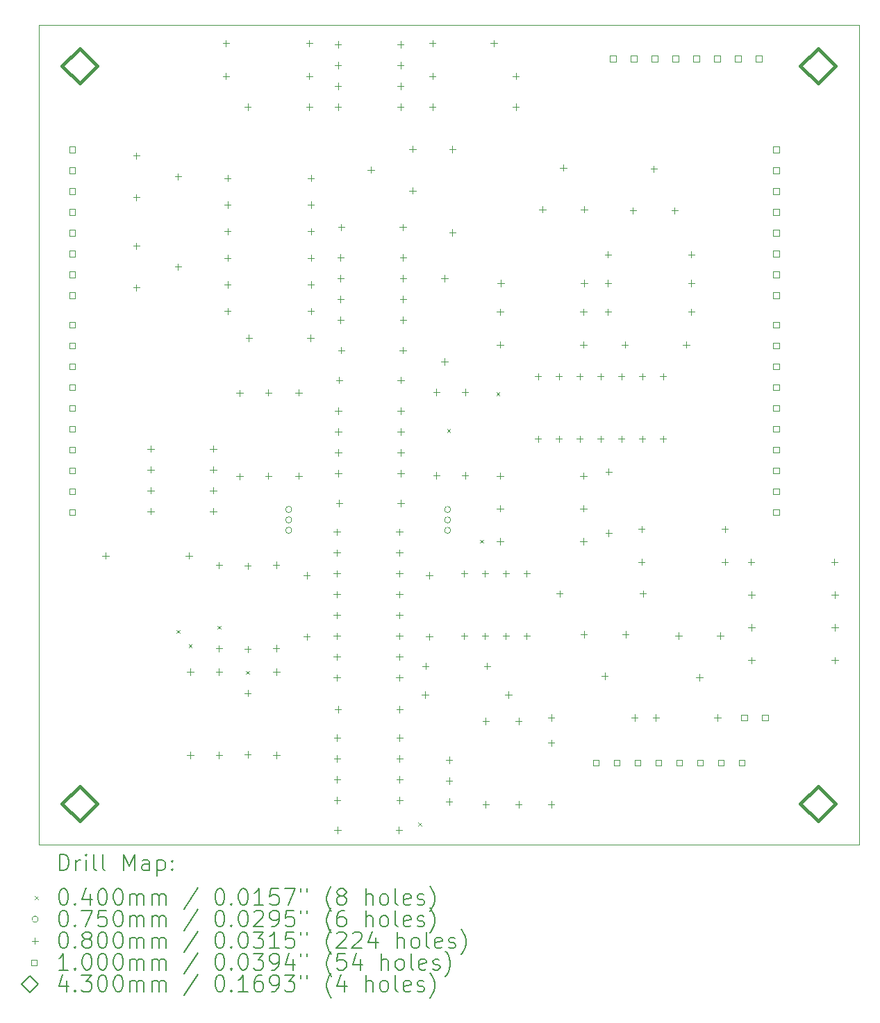
<source format=gbr>
%TF.GenerationSoftware,KiCad,Pcbnew,8.0.6*%
%TF.CreationDate,2024-12-08T11:55:04-05:00*%
%TF.ProjectId,SimpleSaw,53696d70-6c65-4536-9177-2e6b69636164,rev?*%
%TF.SameCoordinates,Original*%
%TF.FileFunction,Drillmap*%
%TF.FilePolarity,Positive*%
%FSLAX45Y45*%
G04 Gerber Fmt 4.5, Leading zero omitted, Abs format (unit mm)*
G04 Created by KiCad (PCBNEW 8.0.6) date 2024-12-08 11:55:04*
%MOMM*%
%LPD*%
G01*
G04 APERTURE LIST*
%ADD10C,0.100000*%
%ADD11C,0.200000*%
%ADD12C,0.430000*%
G04 APERTURE END LIST*
D10*
X0Y0D02*
X10000000Y0D01*
X10000000Y-10000000D01*
X0Y-10000000D01*
X0Y0D01*
D11*
D10*
X1678735Y-7381265D02*
X1718735Y-7421265D01*
X1718735Y-7381265D02*
X1678735Y-7421265D01*
X1830000Y-7555000D02*
X1870000Y-7595000D01*
X1870000Y-7555000D02*
X1830000Y-7595000D01*
X2180000Y-7330000D02*
X2220000Y-7370000D01*
X2220000Y-7330000D02*
X2180000Y-7370000D01*
X2530000Y-7880000D02*
X2570000Y-7920000D01*
X2570000Y-7880000D02*
X2530000Y-7920000D01*
X4630000Y-9730000D02*
X4670000Y-9770000D01*
X4670000Y-9730000D02*
X4630000Y-9770000D01*
X4980000Y-4930000D02*
X5020000Y-4970000D01*
X5020000Y-4930000D02*
X4980000Y-4970000D01*
X5380000Y-6280000D02*
X5420000Y-6320000D01*
X5420000Y-6280000D02*
X5380000Y-6320000D01*
X5580000Y-4480000D02*
X5620000Y-4520000D01*
X5620000Y-4480000D02*
X5580000Y-4520000D01*
X3086500Y-5911500D02*
G75*
G02*
X3011500Y-5911500I-37500J0D01*
G01*
X3011500Y-5911500D02*
G75*
G02*
X3086500Y-5911500I37500J0D01*
G01*
X3086500Y-6038500D02*
G75*
G02*
X3011500Y-6038500I-37500J0D01*
G01*
X3011500Y-6038500D02*
G75*
G02*
X3086500Y-6038500I37500J0D01*
G01*
X3086500Y-6165500D02*
G75*
G02*
X3011500Y-6165500I-37500J0D01*
G01*
X3011500Y-6165500D02*
G75*
G02*
X3086500Y-6165500I37500J0D01*
G01*
X5022500Y-5911500D02*
G75*
G02*
X4947500Y-5911500I-37500J0D01*
G01*
X4947500Y-5911500D02*
G75*
G02*
X5022500Y-5911500I37500J0D01*
G01*
X5022500Y-6038500D02*
G75*
G02*
X4947500Y-6038500I-37500J0D01*
G01*
X4947500Y-6038500D02*
G75*
G02*
X5022500Y-6038500I37500J0D01*
G01*
X5022500Y-6165500D02*
G75*
G02*
X4947500Y-6165500I-37500J0D01*
G01*
X4947500Y-6165500D02*
G75*
G02*
X5022500Y-6165500I37500J0D01*
G01*
X817000Y-6435000D02*
X817000Y-6515000D01*
X777000Y-6475000D02*
X857000Y-6475000D01*
X1192000Y-1556000D02*
X1192000Y-1636000D01*
X1152000Y-1596000D02*
X1232000Y-1596000D01*
X1192000Y-2064000D02*
X1192000Y-2144000D01*
X1152000Y-2104000D02*
X1232000Y-2104000D01*
X1192000Y-2656000D02*
X1192000Y-2736000D01*
X1152000Y-2696000D02*
X1232000Y-2696000D01*
X1192000Y-3164000D02*
X1192000Y-3244000D01*
X1152000Y-3204000D02*
X1232000Y-3204000D01*
X1367500Y-5130000D02*
X1367500Y-5210000D01*
X1327500Y-5170000D02*
X1407500Y-5170000D01*
X1367500Y-5384000D02*
X1367500Y-5464000D01*
X1327500Y-5424000D02*
X1407500Y-5424000D01*
X1367500Y-5638000D02*
X1367500Y-5718000D01*
X1327500Y-5678000D02*
X1407500Y-5678000D01*
X1367500Y-5892000D02*
X1367500Y-5972000D01*
X1327500Y-5932000D02*
X1407500Y-5932000D01*
X1700000Y-1810000D02*
X1700000Y-1890000D01*
X1660000Y-1850000D02*
X1740000Y-1850000D01*
X1700000Y-2910000D02*
X1700000Y-2990000D01*
X1660000Y-2950000D02*
X1740000Y-2950000D01*
X1833000Y-6435000D02*
X1833000Y-6515000D01*
X1793000Y-6475000D02*
X1873000Y-6475000D01*
X1850000Y-7852000D02*
X1850000Y-7932000D01*
X1810000Y-7892000D02*
X1890000Y-7892000D01*
X1850000Y-8868000D02*
X1850000Y-8948000D01*
X1810000Y-8908000D02*
X1890000Y-8908000D01*
X2129500Y-5130000D02*
X2129500Y-5210000D01*
X2089500Y-5170000D02*
X2169500Y-5170000D01*
X2129500Y-5384000D02*
X2129500Y-5464000D01*
X2089500Y-5424000D02*
X2169500Y-5424000D01*
X2129500Y-5638000D02*
X2129500Y-5718000D01*
X2089500Y-5678000D02*
X2169500Y-5678000D01*
X2129500Y-5892000D02*
X2129500Y-5972000D01*
X2089500Y-5932000D02*
X2169500Y-5932000D01*
X2200000Y-6552000D02*
X2200000Y-6632000D01*
X2160000Y-6592000D02*
X2240000Y-6592000D01*
X2200000Y-7568000D02*
X2200000Y-7648000D01*
X2160000Y-7608000D02*
X2240000Y-7608000D01*
X2200000Y-7852000D02*
X2200000Y-7932000D01*
X2160000Y-7892000D02*
X2240000Y-7892000D01*
X2200000Y-8868000D02*
X2200000Y-8948000D01*
X2160000Y-8908000D02*
X2240000Y-8908000D01*
X2284000Y-185000D02*
X2284000Y-265000D01*
X2244000Y-225000D02*
X2324000Y-225000D01*
X2284000Y-585000D02*
X2284000Y-665000D01*
X2244000Y-625000D02*
X2324000Y-625000D01*
X2303500Y-2153000D02*
X2303500Y-2233000D01*
X2263500Y-2193000D02*
X2343500Y-2193000D01*
X2303500Y-2478000D02*
X2303500Y-2558000D01*
X2263500Y-2518000D02*
X2343500Y-2518000D01*
X2303500Y-3128000D02*
X2303500Y-3208000D01*
X2263500Y-3168000D02*
X2343500Y-3168000D01*
X2303500Y-3453000D02*
X2303500Y-3533000D01*
X2263500Y-3493000D02*
X2343500Y-3493000D01*
X2304500Y-1828000D02*
X2304500Y-1908000D01*
X2264500Y-1868000D02*
X2344500Y-1868000D01*
X2304500Y-2803000D02*
X2304500Y-2883000D01*
X2264500Y-2843000D02*
X2344500Y-2843000D01*
X2450000Y-4452000D02*
X2450000Y-4532000D01*
X2410000Y-4492000D02*
X2490000Y-4492000D01*
X2450000Y-5468000D02*
X2450000Y-5548000D01*
X2410000Y-5508000D02*
X2490000Y-5508000D01*
X2550000Y-960000D02*
X2550000Y-1040000D01*
X2510000Y-1000000D02*
X2590000Y-1000000D01*
X2550000Y-6560000D02*
X2550000Y-6640000D01*
X2510000Y-6600000D02*
X2590000Y-6600000D01*
X2550000Y-7576000D02*
X2550000Y-7656000D01*
X2510000Y-7616000D02*
X2590000Y-7616000D01*
X2550000Y-8110000D02*
X2550000Y-8190000D01*
X2510000Y-8150000D02*
X2590000Y-8150000D01*
X2550000Y-8860000D02*
X2550000Y-8940000D01*
X2510000Y-8900000D02*
X2590000Y-8900000D01*
X2564500Y-3778000D02*
X2564500Y-3858000D01*
X2524500Y-3818000D02*
X2604500Y-3818000D01*
X2800000Y-4444000D02*
X2800000Y-4524000D01*
X2760000Y-4484000D02*
X2840000Y-4484000D01*
X2800000Y-5460000D02*
X2800000Y-5540000D01*
X2760000Y-5500000D02*
X2840000Y-5500000D01*
X2897000Y-6546500D02*
X2897000Y-6626500D01*
X2857000Y-6586500D02*
X2937000Y-6586500D01*
X2897000Y-7562500D02*
X2897000Y-7642500D01*
X2857000Y-7602500D02*
X2937000Y-7602500D01*
X2900000Y-7852000D02*
X2900000Y-7932000D01*
X2860000Y-7892000D02*
X2940000Y-7892000D01*
X2900000Y-8868000D02*
X2900000Y-8948000D01*
X2860000Y-8908000D02*
X2940000Y-8908000D01*
X3170500Y-4444000D02*
X3170500Y-4524000D01*
X3130500Y-4484000D02*
X3210500Y-4484000D01*
X3170500Y-5460000D02*
X3170500Y-5540000D01*
X3130500Y-5500000D02*
X3210500Y-5500000D01*
X3267500Y-6673500D02*
X3267500Y-6753500D01*
X3227500Y-6713500D02*
X3307500Y-6713500D01*
X3267500Y-7423500D02*
X3267500Y-7503500D01*
X3227500Y-7463500D02*
X3307500Y-7463500D01*
X3300000Y-185000D02*
X3300000Y-265000D01*
X3260000Y-225000D02*
X3340000Y-225000D01*
X3300000Y-585000D02*
X3300000Y-665000D01*
X3260000Y-625000D02*
X3340000Y-625000D01*
X3300000Y-960000D02*
X3300000Y-1040000D01*
X3260000Y-1000000D02*
X3340000Y-1000000D01*
X3314500Y-3778000D02*
X3314500Y-3858000D01*
X3274500Y-3818000D02*
X3354500Y-3818000D01*
X3319500Y-2153000D02*
X3319500Y-2233000D01*
X3279500Y-2193000D02*
X3359500Y-2193000D01*
X3319500Y-2478000D02*
X3319500Y-2558000D01*
X3279500Y-2518000D02*
X3359500Y-2518000D01*
X3319500Y-3128000D02*
X3319500Y-3208000D01*
X3279500Y-3168000D02*
X3359500Y-3168000D01*
X3319500Y-3453000D02*
X3319500Y-3533000D01*
X3279500Y-3493000D02*
X3359500Y-3493000D01*
X3320500Y-1828000D02*
X3320500Y-1908000D01*
X3280500Y-1868000D02*
X3360500Y-1868000D01*
X3320500Y-2803000D02*
X3320500Y-2883000D01*
X3280500Y-2843000D02*
X3360500Y-2843000D01*
X3635000Y-6144500D02*
X3635000Y-6224500D01*
X3595000Y-6184500D02*
X3675000Y-6184500D01*
X3635000Y-6398500D02*
X3635000Y-6478500D01*
X3595000Y-6438500D02*
X3675000Y-6438500D01*
X3635000Y-6652500D02*
X3635000Y-6732500D01*
X3595000Y-6692500D02*
X3675000Y-6692500D01*
X3635000Y-6906500D02*
X3635000Y-6986500D01*
X3595000Y-6946500D02*
X3675000Y-6946500D01*
X3635000Y-7160500D02*
X3635000Y-7240500D01*
X3595000Y-7200500D02*
X3675000Y-7200500D01*
X3635000Y-7414500D02*
X3635000Y-7494500D01*
X3595000Y-7454500D02*
X3675000Y-7454500D01*
X3635000Y-7668500D02*
X3635000Y-7748500D01*
X3595000Y-7708500D02*
X3675000Y-7708500D01*
X3635000Y-7922500D02*
X3635000Y-8002500D01*
X3595000Y-7962500D02*
X3675000Y-7962500D01*
X3638000Y-8656000D02*
X3638000Y-8736000D01*
X3598000Y-8696000D02*
X3678000Y-8696000D01*
X3638000Y-8910000D02*
X3638000Y-8990000D01*
X3598000Y-8950000D02*
X3678000Y-8950000D01*
X3638000Y-9164000D02*
X3638000Y-9244000D01*
X3598000Y-9204000D02*
X3678000Y-9204000D01*
X3638000Y-9418000D02*
X3638000Y-9498000D01*
X3598000Y-9458000D02*
X3678000Y-9458000D01*
X3642500Y-9782000D02*
X3642500Y-9862000D01*
X3602500Y-9822000D02*
X3682500Y-9822000D01*
X3650000Y-198000D02*
X3650000Y-278000D01*
X3610000Y-238000D02*
X3690000Y-238000D01*
X3650000Y-452000D02*
X3650000Y-532000D01*
X3610000Y-492000D02*
X3690000Y-492000D01*
X3650000Y-706000D02*
X3650000Y-786000D01*
X3610000Y-746000D02*
X3690000Y-746000D01*
X3650000Y-960000D02*
X3650000Y-1040000D01*
X3610000Y-1000000D02*
X3690000Y-1000000D01*
X3650000Y-8310000D02*
X3650000Y-8390000D01*
X3610000Y-8350000D02*
X3690000Y-8350000D01*
X3652500Y-4668500D02*
X3652500Y-4748500D01*
X3612500Y-4708500D02*
X3692500Y-4708500D01*
X3652500Y-4922500D02*
X3652500Y-5002500D01*
X3612500Y-4962500D02*
X3692500Y-4962500D01*
X3652500Y-5176500D02*
X3652500Y-5256500D01*
X3612500Y-5216500D02*
X3692500Y-5216500D01*
X3652500Y-5430500D02*
X3652500Y-5510500D01*
X3612500Y-5470500D02*
X3692500Y-5470500D01*
X3664500Y-4293500D02*
X3664500Y-4373500D01*
X3624500Y-4333500D02*
X3704500Y-4333500D01*
X3664500Y-5793500D02*
X3664500Y-5873500D01*
X3624500Y-5833500D02*
X3704500Y-5833500D01*
X3682000Y-2798000D02*
X3682000Y-2878000D01*
X3642000Y-2838000D02*
X3722000Y-2838000D01*
X3682000Y-3052000D02*
X3682000Y-3132000D01*
X3642000Y-3092000D02*
X3722000Y-3092000D01*
X3682000Y-3306000D02*
X3682000Y-3386000D01*
X3642000Y-3346000D02*
X3722000Y-3346000D01*
X3682000Y-3560000D02*
X3682000Y-3640000D01*
X3642000Y-3600000D02*
X3722000Y-3600000D01*
X3689500Y-2428000D02*
X3689500Y-2508000D01*
X3649500Y-2468000D02*
X3729500Y-2468000D01*
X3689500Y-3928000D02*
X3689500Y-4008000D01*
X3649500Y-3968000D02*
X3729500Y-3968000D01*
X4051500Y-1728000D02*
X4051500Y-1808000D01*
X4011500Y-1768000D02*
X4091500Y-1768000D01*
X4392500Y-9782000D02*
X4392500Y-9862000D01*
X4352500Y-9822000D02*
X4432500Y-9822000D01*
X4397000Y-6144500D02*
X4397000Y-6224500D01*
X4357000Y-6184500D02*
X4437000Y-6184500D01*
X4397000Y-6398500D02*
X4397000Y-6478500D01*
X4357000Y-6438500D02*
X4437000Y-6438500D01*
X4397000Y-6652500D02*
X4397000Y-6732500D01*
X4357000Y-6692500D02*
X4437000Y-6692500D01*
X4397000Y-6906500D02*
X4397000Y-6986500D01*
X4357000Y-6946500D02*
X4437000Y-6946500D01*
X4397000Y-7160500D02*
X4397000Y-7240500D01*
X4357000Y-7200500D02*
X4437000Y-7200500D01*
X4397000Y-7414500D02*
X4397000Y-7494500D01*
X4357000Y-7454500D02*
X4437000Y-7454500D01*
X4397000Y-7668500D02*
X4397000Y-7748500D01*
X4357000Y-7708500D02*
X4437000Y-7708500D01*
X4397000Y-7922500D02*
X4397000Y-8002500D01*
X4357000Y-7962500D02*
X4437000Y-7962500D01*
X4400000Y-8310000D02*
X4400000Y-8390000D01*
X4360000Y-8350000D02*
X4440000Y-8350000D01*
X4400000Y-8656000D02*
X4400000Y-8736000D01*
X4360000Y-8696000D02*
X4440000Y-8696000D01*
X4400000Y-8910000D02*
X4400000Y-8990000D01*
X4360000Y-8950000D02*
X4440000Y-8950000D01*
X4400000Y-9164000D02*
X4400000Y-9244000D01*
X4360000Y-9204000D02*
X4440000Y-9204000D01*
X4400000Y-9418000D02*
X4400000Y-9498000D01*
X4360000Y-9458000D02*
X4440000Y-9458000D01*
X4412000Y-198000D02*
X4412000Y-278000D01*
X4372000Y-238000D02*
X4452000Y-238000D01*
X4412000Y-452000D02*
X4412000Y-532000D01*
X4372000Y-492000D02*
X4452000Y-492000D01*
X4412000Y-706000D02*
X4412000Y-786000D01*
X4372000Y-746000D02*
X4452000Y-746000D01*
X4412000Y-960000D02*
X4412000Y-1040000D01*
X4372000Y-1000000D02*
X4452000Y-1000000D01*
X4414500Y-4293500D02*
X4414500Y-4373500D01*
X4374500Y-4333500D02*
X4454500Y-4333500D01*
X4414500Y-4668500D02*
X4414500Y-4748500D01*
X4374500Y-4708500D02*
X4454500Y-4708500D01*
X4414500Y-4922500D02*
X4414500Y-5002500D01*
X4374500Y-4962500D02*
X4454500Y-4962500D01*
X4414500Y-5176500D02*
X4414500Y-5256500D01*
X4374500Y-5216500D02*
X4454500Y-5216500D01*
X4414500Y-5430500D02*
X4414500Y-5510500D01*
X4374500Y-5470500D02*
X4454500Y-5470500D01*
X4414500Y-5793500D02*
X4414500Y-5873500D01*
X4374500Y-5833500D02*
X4454500Y-5833500D01*
X4439500Y-2428000D02*
X4439500Y-2508000D01*
X4399500Y-2468000D02*
X4479500Y-2468000D01*
X4439500Y-3928000D02*
X4439500Y-4008000D01*
X4399500Y-3968000D02*
X4479500Y-3968000D01*
X4444000Y-2798000D02*
X4444000Y-2878000D01*
X4404000Y-2838000D02*
X4484000Y-2838000D01*
X4444000Y-3052000D02*
X4444000Y-3132000D01*
X4404000Y-3092000D02*
X4484000Y-3092000D01*
X4444000Y-3306000D02*
X4444000Y-3386000D01*
X4404000Y-3346000D02*
X4484000Y-3346000D01*
X4444000Y-3560000D02*
X4444000Y-3640000D01*
X4404000Y-3600000D02*
X4484000Y-3600000D01*
X4559500Y-1474000D02*
X4559500Y-1554000D01*
X4519500Y-1514000D02*
X4599500Y-1514000D01*
X4559500Y-1982000D02*
X4559500Y-2062000D01*
X4519500Y-2022000D02*
X4599500Y-2022000D01*
X4709500Y-8132000D02*
X4709500Y-8212000D01*
X4669500Y-8172000D02*
X4749500Y-8172000D01*
X4717500Y-7782000D02*
X4717500Y-7862000D01*
X4677500Y-7822000D02*
X4757500Y-7822000D01*
X4760000Y-6673500D02*
X4760000Y-6753500D01*
X4720000Y-6713500D02*
X4800000Y-6713500D01*
X4760000Y-7423500D02*
X4760000Y-7503500D01*
X4720000Y-7463500D02*
X4800000Y-7463500D01*
X4800000Y-185000D02*
X4800000Y-265000D01*
X4760000Y-225000D02*
X4840000Y-225000D01*
X4800000Y-585000D02*
X4800000Y-665000D01*
X4760000Y-625000D02*
X4840000Y-625000D01*
X4800000Y-960000D02*
X4800000Y-1040000D01*
X4760000Y-1000000D02*
X4840000Y-1000000D01*
X4850000Y-4440500D02*
X4850000Y-4520500D01*
X4810000Y-4480500D02*
X4890000Y-4480500D01*
X4850000Y-5456500D02*
X4850000Y-5536500D01*
X4810000Y-5496500D02*
X4890000Y-5496500D01*
X4950000Y-3052000D02*
X4950000Y-3132000D01*
X4910000Y-3092000D02*
X4990000Y-3092000D01*
X4950000Y-4068000D02*
X4950000Y-4148000D01*
X4910000Y-4108000D02*
X4990000Y-4108000D01*
X5003500Y-8928000D02*
X5003500Y-9008000D01*
X4963500Y-8968000D02*
X5043500Y-8968000D01*
X5003500Y-9182000D02*
X5003500Y-9262000D01*
X4963500Y-9222000D02*
X5043500Y-9222000D01*
X5003500Y-9436000D02*
X5003500Y-9516000D01*
X4963500Y-9476000D02*
X5043500Y-9476000D01*
X5044000Y-1478000D02*
X5044000Y-1558000D01*
X5004000Y-1518000D02*
X5084000Y-1518000D01*
X5044000Y-2494000D02*
X5044000Y-2574000D01*
X5004000Y-2534000D02*
X5084000Y-2534000D01*
X5187500Y-6652500D02*
X5187500Y-6732500D01*
X5147500Y-6692500D02*
X5227500Y-6692500D01*
X5187500Y-7414500D02*
X5187500Y-7494500D01*
X5147500Y-7454500D02*
X5227500Y-7454500D01*
X5200000Y-4440500D02*
X5200000Y-4520500D01*
X5160000Y-4480500D02*
X5240000Y-4480500D01*
X5200000Y-5456500D02*
X5200000Y-5536500D01*
X5160000Y-5496500D02*
X5240000Y-5496500D01*
X5441500Y-6652500D02*
X5441500Y-6732500D01*
X5401500Y-6692500D02*
X5481500Y-6692500D01*
X5441500Y-7414500D02*
X5441500Y-7494500D01*
X5401500Y-7454500D02*
X5481500Y-7454500D01*
X5450000Y-8452000D02*
X5450000Y-8532000D01*
X5410000Y-8492000D02*
X5490000Y-8492000D01*
X5450000Y-9468000D02*
X5450000Y-9548000D01*
X5410000Y-9508000D02*
X5490000Y-9508000D01*
X5467500Y-7782000D02*
X5467500Y-7862000D01*
X5427500Y-7822000D02*
X5507500Y-7822000D01*
X5550000Y-185000D02*
X5550000Y-265000D01*
X5510000Y-225000D02*
X5590000Y-225000D01*
X5626000Y-3460000D02*
X5626000Y-3540000D01*
X5586000Y-3500000D02*
X5666000Y-3500000D01*
X5626000Y-3860000D02*
X5626000Y-3940000D01*
X5586000Y-3900000D02*
X5666000Y-3900000D01*
X5626000Y-5460000D02*
X5626000Y-5540000D01*
X5586000Y-5500000D02*
X5666000Y-5500000D01*
X5626000Y-5860000D02*
X5626000Y-5940000D01*
X5586000Y-5900000D02*
X5666000Y-5900000D01*
X5626000Y-6260000D02*
X5626000Y-6340000D01*
X5586000Y-6300000D02*
X5666000Y-6300000D01*
X5634000Y-3110000D02*
X5634000Y-3190000D01*
X5594000Y-3150000D02*
X5674000Y-3150000D01*
X5695500Y-6652500D02*
X5695500Y-6732500D01*
X5655500Y-6692500D02*
X5735500Y-6692500D01*
X5695500Y-7414500D02*
X5695500Y-7494500D01*
X5655500Y-7454500D02*
X5735500Y-7454500D01*
X5725500Y-8132000D02*
X5725500Y-8212000D01*
X5685500Y-8172000D02*
X5765500Y-8172000D01*
X5816000Y-585000D02*
X5816000Y-665000D01*
X5776000Y-625000D02*
X5856000Y-625000D01*
X5816000Y-960000D02*
X5816000Y-1040000D01*
X5776000Y-1000000D02*
X5856000Y-1000000D01*
X5850000Y-8452000D02*
X5850000Y-8532000D01*
X5810000Y-8492000D02*
X5890000Y-8492000D01*
X5850000Y-9468000D02*
X5850000Y-9548000D01*
X5810000Y-9508000D02*
X5890000Y-9508000D01*
X5949500Y-6652500D02*
X5949500Y-6732500D01*
X5909500Y-6692500D02*
X5989500Y-6692500D01*
X5949500Y-7414500D02*
X5949500Y-7494500D01*
X5909500Y-7454500D02*
X5989500Y-7454500D01*
X6087500Y-4248000D02*
X6087500Y-4328000D01*
X6047500Y-4288000D02*
X6127500Y-4288000D01*
X6087500Y-5010000D02*
X6087500Y-5090000D01*
X6047500Y-5050000D02*
X6127500Y-5050000D01*
X6142000Y-2210000D02*
X6142000Y-2290000D01*
X6102000Y-2250000D02*
X6182000Y-2250000D01*
X6250000Y-8410000D02*
X6250000Y-8490000D01*
X6210000Y-8450000D02*
X6290000Y-8450000D01*
X6250000Y-8718000D02*
X6250000Y-8798000D01*
X6210000Y-8758000D02*
X6290000Y-8758000D01*
X6250000Y-9468000D02*
X6250000Y-9548000D01*
X6210000Y-9508000D02*
X6290000Y-9508000D01*
X6341500Y-4248000D02*
X6341500Y-4328000D01*
X6301500Y-4288000D02*
X6381500Y-4288000D01*
X6341500Y-5010000D02*
X6341500Y-5090000D01*
X6301500Y-5050000D02*
X6381500Y-5050000D01*
X6350000Y-6898000D02*
X6350000Y-6978000D01*
X6310000Y-6938000D02*
X6390000Y-6938000D01*
X6396000Y-1702000D02*
X6396000Y-1782000D01*
X6356000Y-1742000D02*
X6436000Y-1742000D01*
X6595500Y-4248000D02*
X6595500Y-4328000D01*
X6555500Y-4288000D02*
X6635500Y-4288000D01*
X6595500Y-5010000D02*
X6595500Y-5090000D01*
X6555500Y-5050000D02*
X6635500Y-5050000D01*
X6642000Y-3460000D02*
X6642000Y-3540000D01*
X6602000Y-3500000D02*
X6682000Y-3500000D01*
X6642000Y-3860000D02*
X6642000Y-3940000D01*
X6602000Y-3900000D02*
X6682000Y-3900000D01*
X6642000Y-5460000D02*
X6642000Y-5540000D01*
X6602000Y-5500000D02*
X6682000Y-5500000D01*
X6642000Y-5860000D02*
X6642000Y-5940000D01*
X6602000Y-5900000D02*
X6682000Y-5900000D01*
X6642000Y-6260000D02*
X6642000Y-6340000D01*
X6602000Y-6300000D02*
X6682000Y-6300000D01*
X6646000Y-7394500D02*
X6646000Y-7474500D01*
X6606000Y-7434500D02*
X6686000Y-7434500D01*
X6650000Y-2210000D02*
X6650000Y-2290000D01*
X6610000Y-2250000D02*
X6690000Y-2250000D01*
X6650000Y-3110000D02*
X6650000Y-3190000D01*
X6610000Y-3150000D02*
X6690000Y-3150000D01*
X6849500Y-4248000D02*
X6849500Y-4328000D01*
X6809500Y-4288000D02*
X6889500Y-4288000D01*
X6849500Y-5010000D02*
X6849500Y-5090000D01*
X6809500Y-5050000D02*
X6889500Y-5050000D01*
X6900000Y-7902500D02*
X6900000Y-7982500D01*
X6860000Y-7942500D02*
X6940000Y-7942500D01*
X6942000Y-2760000D02*
X6942000Y-2840000D01*
X6902000Y-2800000D02*
X6982000Y-2800000D01*
X6942000Y-3110000D02*
X6942000Y-3190000D01*
X6902000Y-3150000D02*
X6982000Y-3150000D01*
X6942000Y-3460000D02*
X6942000Y-3540000D01*
X6902000Y-3500000D02*
X6982000Y-3500000D01*
X6950000Y-5410000D02*
X6950000Y-5490000D01*
X6910000Y-5450000D02*
X6990000Y-5450000D01*
X6950000Y-6160000D02*
X6950000Y-6240000D01*
X6910000Y-6200000D02*
X6990000Y-6200000D01*
X7103500Y-4248000D02*
X7103500Y-4328000D01*
X7063500Y-4288000D02*
X7143500Y-4288000D01*
X7103500Y-5010000D02*
X7103500Y-5090000D01*
X7063500Y-5050000D02*
X7143500Y-5050000D01*
X7146000Y-3860000D02*
X7146000Y-3940000D01*
X7106000Y-3900000D02*
X7186000Y-3900000D01*
X7154000Y-7394500D02*
X7154000Y-7474500D01*
X7114000Y-7434500D02*
X7194000Y-7434500D01*
X7246000Y-2225500D02*
X7246000Y-2305500D01*
X7206000Y-2265500D02*
X7286000Y-2265500D01*
X7266000Y-8410000D02*
X7266000Y-8490000D01*
X7226000Y-8450000D02*
X7306000Y-8450000D01*
X7350000Y-6110000D02*
X7350000Y-6190000D01*
X7310000Y-6150000D02*
X7390000Y-6150000D01*
X7350000Y-6510000D02*
X7350000Y-6590000D01*
X7310000Y-6550000D02*
X7390000Y-6550000D01*
X7357500Y-4248000D02*
X7357500Y-4328000D01*
X7317500Y-4288000D02*
X7397500Y-4288000D01*
X7357500Y-5010000D02*
X7357500Y-5090000D01*
X7317500Y-5050000D02*
X7397500Y-5050000D01*
X7366000Y-6898000D02*
X7366000Y-6978000D01*
X7326000Y-6938000D02*
X7406000Y-6938000D01*
X7500000Y-1717500D02*
X7500000Y-1797500D01*
X7460000Y-1757500D02*
X7540000Y-1757500D01*
X7525000Y-8410000D02*
X7525000Y-8490000D01*
X7485000Y-8450000D02*
X7565000Y-8450000D01*
X7611500Y-4248000D02*
X7611500Y-4328000D01*
X7571500Y-4288000D02*
X7651500Y-4288000D01*
X7611500Y-5010000D02*
X7611500Y-5090000D01*
X7571500Y-5050000D02*
X7651500Y-5050000D01*
X7754000Y-2225500D02*
X7754000Y-2305500D01*
X7714000Y-2265500D02*
X7794000Y-2265500D01*
X7800000Y-7410000D02*
X7800000Y-7490000D01*
X7760000Y-7450000D02*
X7840000Y-7450000D01*
X7896000Y-3860000D02*
X7896000Y-3940000D01*
X7856000Y-3900000D02*
X7936000Y-3900000D01*
X7958000Y-2760000D02*
X7958000Y-2840000D01*
X7918000Y-2800000D02*
X7998000Y-2800000D01*
X7958000Y-3110000D02*
X7958000Y-3190000D01*
X7918000Y-3150000D02*
X7998000Y-3150000D01*
X7958000Y-3460000D02*
X7958000Y-3540000D01*
X7918000Y-3500000D02*
X7998000Y-3500000D01*
X8054000Y-7918000D02*
X8054000Y-7998000D01*
X8014000Y-7958000D02*
X8094000Y-7958000D01*
X8275000Y-8410000D02*
X8275000Y-8490000D01*
X8235000Y-8450000D02*
X8315000Y-8450000D01*
X8308000Y-7410000D02*
X8308000Y-7490000D01*
X8268000Y-7450000D02*
X8348000Y-7450000D01*
X8366000Y-6110000D02*
X8366000Y-6190000D01*
X8326000Y-6150000D02*
X8406000Y-6150000D01*
X8366000Y-6510000D02*
X8366000Y-6590000D01*
X8326000Y-6550000D02*
X8406000Y-6550000D01*
X8684000Y-6510000D02*
X8684000Y-6590000D01*
X8644000Y-6550000D02*
X8724000Y-6550000D01*
X8692000Y-6910000D02*
X8692000Y-6990000D01*
X8652000Y-6950000D02*
X8732000Y-6950000D01*
X8692000Y-7310000D02*
X8692000Y-7390000D01*
X8652000Y-7350000D02*
X8732000Y-7350000D01*
X8692000Y-7710000D02*
X8692000Y-7790000D01*
X8652000Y-7750000D02*
X8732000Y-7750000D01*
X9700000Y-6510000D02*
X9700000Y-6590000D01*
X9660000Y-6550000D02*
X9740000Y-6550000D01*
X9708000Y-6910000D02*
X9708000Y-6990000D01*
X9668000Y-6950000D02*
X9748000Y-6950000D01*
X9708000Y-7310000D02*
X9708000Y-7390000D01*
X9668000Y-7350000D02*
X9748000Y-7350000D01*
X9708000Y-7710000D02*
X9708000Y-7790000D01*
X9668000Y-7750000D02*
X9748000Y-7750000D01*
X446356Y-1557356D02*
X446356Y-1486644D01*
X375644Y-1486644D01*
X375644Y-1557356D01*
X446356Y-1557356D01*
X446356Y-1811356D02*
X446356Y-1740644D01*
X375644Y-1740644D01*
X375644Y-1811356D01*
X446356Y-1811356D01*
X446356Y-2065356D02*
X446356Y-1994644D01*
X375644Y-1994644D01*
X375644Y-2065356D01*
X446356Y-2065356D01*
X446356Y-2319356D02*
X446356Y-2248644D01*
X375644Y-2248644D01*
X375644Y-2319356D01*
X446356Y-2319356D01*
X446356Y-2573356D02*
X446356Y-2502644D01*
X375644Y-2502644D01*
X375644Y-2573356D01*
X446356Y-2573356D01*
X446356Y-2827356D02*
X446356Y-2756644D01*
X375644Y-2756644D01*
X375644Y-2827356D01*
X446356Y-2827356D01*
X446356Y-3081356D02*
X446356Y-3010644D01*
X375644Y-3010644D01*
X375644Y-3081356D01*
X446356Y-3081356D01*
X446356Y-3335356D02*
X446356Y-3264644D01*
X375644Y-3264644D01*
X375644Y-3335356D01*
X446356Y-3335356D01*
X446356Y-3692956D02*
X446356Y-3622244D01*
X375644Y-3622244D01*
X375644Y-3692956D01*
X446356Y-3692956D01*
X446356Y-3946956D02*
X446356Y-3876244D01*
X375644Y-3876244D01*
X375644Y-3946956D01*
X446356Y-3946956D01*
X446356Y-4200956D02*
X446356Y-4130244D01*
X375644Y-4130244D01*
X375644Y-4200956D01*
X446356Y-4200956D01*
X446356Y-4454956D02*
X446356Y-4384244D01*
X375644Y-4384244D01*
X375644Y-4454956D01*
X446356Y-4454956D01*
X446356Y-4708956D02*
X446356Y-4638244D01*
X375644Y-4638244D01*
X375644Y-4708956D01*
X446356Y-4708956D01*
X446356Y-4962956D02*
X446356Y-4892244D01*
X375644Y-4892244D01*
X375644Y-4962956D01*
X446356Y-4962956D01*
X446356Y-5216956D02*
X446356Y-5146244D01*
X375644Y-5146244D01*
X375644Y-5216956D01*
X446356Y-5216956D01*
X446356Y-5470956D02*
X446356Y-5400244D01*
X375644Y-5400244D01*
X375644Y-5470956D01*
X446356Y-5470956D01*
X446356Y-5724956D02*
X446356Y-5654244D01*
X375644Y-5654244D01*
X375644Y-5724956D01*
X446356Y-5724956D01*
X446356Y-5978956D02*
X446356Y-5908244D01*
X375644Y-5908244D01*
X375644Y-5978956D01*
X446356Y-5978956D01*
X6827356Y-9035356D02*
X6827356Y-8964644D01*
X6756644Y-8964644D01*
X6756644Y-9035356D01*
X6827356Y-9035356D01*
X7035356Y-446356D02*
X7035356Y-375644D01*
X6964644Y-375644D01*
X6964644Y-446356D01*
X7035356Y-446356D01*
X7081356Y-9035356D02*
X7081356Y-8964644D01*
X7010644Y-8964644D01*
X7010644Y-9035356D01*
X7081356Y-9035356D01*
X7289356Y-446356D02*
X7289356Y-375644D01*
X7218644Y-375644D01*
X7218644Y-446356D01*
X7289356Y-446356D01*
X7335356Y-9035356D02*
X7335356Y-8964644D01*
X7264644Y-8964644D01*
X7264644Y-9035356D01*
X7335356Y-9035356D01*
X7543356Y-446356D02*
X7543356Y-375644D01*
X7472644Y-375644D01*
X7472644Y-446356D01*
X7543356Y-446356D01*
X7589356Y-9035356D02*
X7589356Y-8964644D01*
X7518644Y-8964644D01*
X7518644Y-9035356D01*
X7589356Y-9035356D01*
X7797356Y-446356D02*
X7797356Y-375644D01*
X7726644Y-375644D01*
X7726644Y-446356D01*
X7797356Y-446356D01*
X7843356Y-9035356D02*
X7843356Y-8964644D01*
X7772644Y-8964644D01*
X7772644Y-9035356D01*
X7843356Y-9035356D01*
X8051356Y-446356D02*
X8051356Y-375644D01*
X7980644Y-375644D01*
X7980644Y-446356D01*
X8051356Y-446356D01*
X8097356Y-9035356D02*
X8097356Y-8964644D01*
X8026644Y-8964644D01*
X8026644Y-9035356D01*
X8097356Y-9035356D01*
X8305356Y-446356D02*
X8305356Y-375644D01*
X8234644Y-375644D01*
X8234644Y-446356D01*
X8305356Y-446356D01*
X8351356Y-9035356D02*
X8351356Y-8964644D01*
X8280644Y-8964644D01*
X8280644Y-9035356D01*
X8351356Y-9035356D01*
X8559356Y-446356D02*
X8559356Y-375644D01*
X8488644Y-375644D01*
X8488644Y-446356D01*
X8559356Y-446356D01*
X8605356Y-9035356D02*
X8605356Y-8964644D01*
X8534644Y-8964644D01*
X8534644Y-9035356D01*
X8605356Y-9035356D01*
X8635356Y-8485356D02*
X8635356Y-8414644D01*
X8564644Y-8414644D01*
X8564644Y-8485356D01*
X8635356Y-8485356D01*
X8813356Y-446356D02*
X8813356Y-375644D01*
X8742644Y-375644D01*
X8742644Y-446356D01*
X8813356Y-446356D01*
X8889356Y-8485356D02*
X8889356Y-8414644D01*
X8818644Y-8414644D01*
X8818644Y-8485356D01*
X8889356Y-8485356D01*
X9025356Y-1557356D02*
X9025356Y-1486644D01*
X8954644Y-1486644D01*
X8954644Y-1557356D01*
X9025356Y-1557356D01*
X9025356Y-1811356D02*
X9025356Y-1740644D01*
X8954644Y-1740644D01*
X8954644Y-1811356D01*
X9025356Y-1811356D01*
X9025356Y-2065356D02*
X9025356Y-1994644D01*
X8954644Y-1994644D01*
X8954644Y-2065356D01*
X9025356Y-2065356D01*
X9025356Y-2319356D02*
X9025356Y-2248644D01*
X8954644Y-2248644D01*
X8954644Y-2319356D01*
X9025356Y-2319356D01*
X9025356Y-2573356D02*
X9025356Y-2502644D01*
X8954644Y-2502644D01*
X8954644Y-2573356D01*
X9025356Y-2573356D01*
X9025356Y-2827356D02*
X9025356Y-2756644D01*
X8954644Y-2756644D01*
X8954644Y-2827356D01*
X9025356Y-2827356D01*
X9025356Y-3081356D02*
X9025356Y-3010644D01*
X8954644Y-3010644D01*
X8954644Y-3081356D01*
X9025356Y-3081356D01*
X9025356Y-3335356D02*
X9025356Y-3264644D01*
X8954644Y-3264644D01*
X8954644Y-3335356D01*
X9025356Y-3335356D01*
X9025356Y-3692956D02*
X9025356Y-3622244D01*
X8954644Y-3622244D01*
X8954644Y-3692956D01*
X9025356Y-3692956D01*
X9025356Y-3946956D02*
X9025356Y-3876244D01*
X8954644Y-3876244D01*
X8954644Y-3946956D01*
X9025356Y-3946956D01*
X9025356Y-4200956D02*
X9025356Y-4130244D01*
X8954644Y-4130244D01*
X8954644Y-4200956D01*
X9025356Y-4200956D01*
X9025356Y-4454956D02*
X9025356Y-4384244D01*
X8954644Y-4384244D01*
X8954644Y-4454956D01*
X9025356Y-4454956D01*
X9025356Y-4708956D02*
X9025356Y-4638244D01*
X8954644Y-4638244D01*
X8954644Y-4708956D01*
X9025356Y-4708956D01*
X9025356Y-4962956D02*
X9025356Y-4892244D01*
X8954644Y-4892244D01*
X8954644Y-4962956D01*
X9025356Y-4962956D01*
X9025356Y-5216956D02*
X9025356Y-5146244D01*
X8954644Y-5146244D01*
X8954644Y-5216956D01*
X9025356Y-5216956D01*
X9025356Y-5470956D02*
X9025356Y-5400244D01*
X8954644Y-5400244D01*
X8954644Y-5470956D01*
X9025356Y-5470956D01*
X9025356Y-5724956D02*
X9025356Y-5654244D01*
X8954644Y-5654244D01*
X8954644Y-5724956D01*
X9025356Y-5724956D01*
X9025356Y-5978956D02*
X9025356Y-5908244D01*
X8954644Y-5908244D01*
X8954644Y-5978956D01*
X9025356Y-5978956D01*
D12*
X500000Y-715000D02*
X715000Y-500000D01*
X500000Y-285000D01*
X285000Y-500000D01*
X500000Y-715000D01*
X500000Y-9715000D02*
X715000Y-9500000D01*
X500000Y-9285000D01*
X285000Y-9500000D01*
X500000Y-9715000D01*
X9500000Y-715000D02*
X9715000Y-500000D01*
X9500000Y-285000D01*
X9285000Y-500000D01*
X9500000Y-715000D01*
X9500000Y-9715000D02*
X9715000Y-9500000D01*
X9500000Y-9285000D01*
X9285000Y-9500000D01*
X9500000Y-9715000D01*
D11*
X255777Y-10316484D02*
X255777Y-10116484D01*
X255777Y-10116484D02*
X303396Y-10116484D01*
X303396Y-10116484D02*
X331967Y-10126008D01*
X331967Y-10126008D02*
X351015Y-10145055D01*
X351015Y-10145055D02*
X360539Y-10164103D01*
X360539Y-10164103D02*
X370062Y-10202198D01*
X370062Y-10202198D02*
X370062Y-10230770D01*
X370062Y-10230770D02*
X360539Y-10268865D01*
X360539Y-10268865D02*
X351015Y-10287912D01*
X351015Y-10287912D02*
X331967Y-10306960D01*
X331967Y-10306960D02*
X303396Y-10316484D01*
X303396Y-10316484D02*
X255777Y-10316484D01*
X455777Y-10316484D02*
X455777Y-10183150D01*
X455777Y-10221246D02*
X465301Y-10202198D01*
X465301Y-10202198D02*
X474824Y-10192674D01*
X474824Y-10192674D02*
X493872Y-10183150D01*
X493872Y-10183150D02*
X512920Y-10183150D01*
X579586Y-10316484D02*
X579586Y-10183150D01*
X579586Y-10116484D02*
X570063Y-10126008D01*
X570063Y-10126008D02*
X579586Y-10135531D01*
X579586Y-10135531D02*
X589110Y-10126008D01*
X589110Y-10126008D02*
X579586Y-10116484D01*
X579586Y-10116484D02*
X579586Y-10135531D01*
X703396Y-10316484D02*
X684348Y-10306960D01*
X684348Y-10306960D02*
X674824Y-10287912D01*
X674824Y-10287912D02*
X674824Y-10116484D01*
X808158Y-10316484D02*
X789110Y-10306960D01*
X789110Y-10306960D02*
X779586Y-10287912D01*
X779586Y-10287912D02*
X779586Y-10116484D01*
X1036729Y-10316484D02*
X1036729Y-10116484D01*
X1036729Y-10116484D02*
X1103396Y-10259341D01*
X1103396Y-10259341D02*
X1170063Y-10116484D01*
X1170063Y-10116484D02*
X1170063Y-10316484D01*
X1351015Y-10316484D02*
X1351015Y-10211722D01*
X1351015Y-10211722D02*
X1341491Y-10192674D01*
X1341491Y-10192674D02*
X1322444Y-10183150D01*
X1322444Y-10183150D02*
X1284348Y-10183150D01*
X1284348Y-10183150D02*
X1265301Y-10192674D01*
X1351015Y-10306960D02*
X1331967Y-10316484D01*
X1331967Y-10316484D02*
X1284348Y-10316484D01*
X1284348Y-10316484D02*
X1265301Y-10306960D01*
X1265301Y-10306960D02*
X1255777Y-10287912D01*
X1255777Y-10287912D02*
X1255777Y-10268865D01*
X1255777Y-10268865D02*
X1265301Y-10249817D01*
X1265301Y-10249817D02*
X1284348Y-10240293D01*
X1284348Y-10240293D02*
X1331967Y-10240293D01*
X1331967Y-10240293D02*
X1351015Y-10230770D01*
X1446253Y-10183150D02*
X1446253Y-10383150D01*
X1446253Y-10192674D02*
X1465301Y-10183150D01*
X1465301Y-10183150D02*
X1503396Y-10183150D01*
X1503396Y-10183150D02*
X1522443Y-10192674D01*
X1522443Y-10192674D02*
X1531967Y-10202198D01*
X1531967Y-10202198D02*
X1541491Y-10221246D01*
X1541491Y-10221246D02*
X1541491Y-10278389D01*
X1541491Y-10278389D02*
X1531967Y-10297436D01*
X1531967Y-10297436D02*
X1522443Y-10306960D01*
X1522443Y-10306960D02*
X1503396Y-10316484D01*
X1503396Y-10316484D02*
X1465301Y-10316484D01*
X1465301Y-10316484D02*
X1446253Y-10306960D01*
X1627205Y-10297436D02*
X1636729Y-10306960D01*
X1636729Y-10306960D02*
X1627205Y-10316484D01*
X1627205Y-10316484D02*
X1617682Y-10306960D01*
X1617682Y-10306960D02*
X1627205Y-10297436D01*
X1627205Y-10297436D02*
X1627205Y-10316484D01*
X1627205Y-10192674D02*
X1636729Y-10202198D01*
X1636729Y-10202198D02*
X1627205Y-10211722D01*
X1627205Y-10211722D02*
X1617682Y-10202198D01*
X1617682Y-10202198D02*
X1627205Y-10192674D01*
X1627205Y-10192674D02*
X1627205Y-10211722D01*
D10*
X-45000Y-10625000D02*
X-5000Y-10665000D01*
X-5000Y-10625000D02*
X-45000Y-10665000D01*
D11*
X293872Y-10536484D02*
X312920Y-10536484D01*
X312920Y-10536484D02*
X331967Y-10546008D01*
X331967Y-10546008D02*
X341491Y-10555531D01*
X341491Y-10555531D02*
X351015Y-10574579D01*
X351015Y-10574579D02*
X360539Y-10612674D01*
X360539Y-10612674D02*
X360539Y-10660293D01*
X360539Y-10660293D02*
X351015Y-10698389D01*
X351015Y-10698389D02*
X341491Y-10717436D01*
X341491Y-10717436D02*
X331967Y-10726960D01*
X331967Y-10726960D02*
X312920Y-10736484D01*
X312920Y-10736484D02*
X293872Y-10736484D01*
X293872Y-10736484D02*
X274824Y-10726960D01*
X274824Y-10726960D02*
X265301Y-10717436D01*
X265301Y-10717436D02*
X255777Y-10698389D01*
X255777Y-10698389D02*
X246253Y-10660293D01*
X246253Y-10660293D02*
X246253Y-10612674D01*
X246253Y-10612674D02*
X255777Y-10574579D01*
X255777Y-10574579D02*
X265301Y-10555531D01*
X265301Y-10555531D02*
X274824Y-10546008D01*
X274824Y-10546008D02*
X293872Y-10536484D01*
X446253Y-10717436D02*
X455777Y-10726960D01*
X455777Y-10726960D02*
X446253Y-10736484D01*
X446253Y-10736484D02*
X436729Y-10726960D01*
X436729Y-10726960D02*
X446253Y-10717436D01*
X446253Y-10717436D02*
X446253Y-10736484D01*
X627205Y-10603150D02*
X627205Y-10736484D01*
X579586Y-10526960D02*
X531967Y-10669817D01*
X531967Y-10669817D02*
X655777Y-10669817D01*
X770062Y-10536484D02*
X789110Y-10536484D01*
X789110Y-10536484D02*
X808158Y-10546008D01*
X808158Y-10546008D02*
X817682Y-10555531D01*
X817682Y-10555531D02*
X827205Y-10574579D01*
X827205Y-10574579D02*
X836729Y-10612674D01*
X836729Y-10612674D02*
X836729Y-10660293D01*
X836729Y-10660293D02*
X827205Y-10698389D01*
X827205Y-10698389D02*
X817682Y-10717436D01*
X817682Y-10717436D02*
X808158Y-10726960D01*
X808158Y-10726960D02*
X789110Y-10736484D01*
X789110Y-10736484D02*
X770062Y-10736484D01*
X770062Y-10736484D02*
X751015Y-10726960D01*
X751015Y-10726960D02*
X741491Y-10717436D01*
X741491Y-10717436D02*
X731967Y-10698389D01*
X731967Y-10698389D02*
X722443Y-10660293D01*
X722443Y-10660293D02*
X722443Y-10612674D01*
X722443Y-10612674D02*
X731967Y-10574579D01*
X731967Y-10574579D02*
X741491Y-10555531D01*
X741491Y-10555531D02*
X751015Y-10546008D01*
X751015Y-10546008D02*
X770062Y-10536484D01*
X960539Y-10536484D02*
X979586Y-10536484D01*
X979586Y-10536484D02*
X998634Y-10546008D01*
X998634Y-10546008D02*
X1008158Y-10555531D01*
X1008158Y-10555531D02*
X1017682Y-10574579D01*
X1017682Y-10574579D02*
X1027205Y-10612674D01*
X1027205Y-10612674D02*
X1027205Y-10660293D01*
X1027205Y-10660293D02*
X1017682Y-10698389D01*
X1017682Y-10698389D02*
X1008158Y-10717436D01*
X1008158Y-10717436D02*
X998634Y-10726960D01*
X998634Y-10726960D02*
X979586Y-10736484D01*
X979586Y-10736484D02*
X960539Y-10736484D01*
X960539Y-10736484D02*
X941491Y-10726960D01*
X941491Y-10726960D02*
X931967Y-10717436D01*
X931967Y-10717436D02*
X922443Y-10698389D01*
X922443Y-10698389D02*
X912920Y-10660293D01*
X912920Y-10660293D02*
X912920Y-10612674D01*
X912920Y-10612674D02*
X922443Y-10574579D01*
X922443Y-10574579D02*
X931967Y-10555531D01*
X931967Y-10555531D02*
X941491Y-10546008D01*
X941491Y-10546008D02*
X960539Y-10536484D01*
X1112920Y-10736484D02*
X1112920Y-10603150D01*
X1112920Y-10622198D02*
X1122444Y-10612674D01*
X1122444Y-10612674D02*
X1141491Y-10603150D01*
X1141491Y-10603150D02*
X1170063Y-10603150D01*
X1170063Y-10603150D02*
X1189110Y-10612674D01*
X1189110Y-10612674D02*
X1198634Y-10631722D01*
X1198634Y-10631722D02*
X1198634Y-10736484D01*
X1198634Y-10631722D02*
X1208158Y-10612674D01*
X1208158Y-10612674D02*
X1227205Y-10603150D01*
X1227205Y-10603150D02*
X1255777Y-10603150D01*
X1255777Y-10603150D02*
X1274825Y-10612674D01*
X1274825Y-10612674D02*
X1284348Y-10631722D01*
X1284348Y-10631722D02*
X1284348Y-10736484D01*
X1379586Y-10736484D02*
X1379586Y-10603150D01*
X1379586Y-10622198D02*
X1389110Y-10612674D01*
X1389110Y-10612674D02*
X1408158Y-10603150D01*
X1408158Y-10603150D02*
X1436729Y-10603150D01*
X1436729Y-10603150D02*
X1455777Y-10612674D01*
X1455777Y-10612674D02*
X1465301Y-10631722D01*
X1465301Y-10631722D02*
X1465301Y-10736484D01*
X1465301Y-10631722D02*
X1474824Y-10612674D01*
X1474824Y-10612674D02*
X1493872Y-10603150D01*
X1493872Y-10603150D02*
X1522443Y-10603150D01*
X1522443Y-10603150D02*
X1541491Y-10612674D01*
X1541491Y-10612674D02*
X1551015Y-10631722D01*
X1551015Y-10631722D02*
X1551015Y-10736484D01*
X1941491Y-10526960D02*
X1770063Y-10784103D01*
X2198634Y-10536484D02*
X2217682Y-10536484D01*
X2217682Y-10536484D02*
X2236729Y-10546008D01*
X2236729Y-10546008D02*
X2246253Y-10555531D01*
X2246253Y-10555531D02*
X2255777Y-10574579D01*
X2255777Y-10574579D02*
X2265301Y-10612674D01*
X2265301Y-10612674D02*
X2265301Y-10660293D01*
X2265301Y-10660293D02*
X2255777Y-10698389D01*
X2255777Y-10698389D02*
X2246253Y-10717436D01*
X2246253Y-10717436D02*
X2236729Y-10726960D01*
X2236729Y-10726960D02*
X2217682Y-10736484D01*
X2217682Y-10736484D02*
X2198634Y-10736484D01*
X2198634Y-10736484D02*
X2179587Y-10726960D01*
X2179587Y-10726960D02*
X2170063Y-10717436D01*
X2170063Y-10717436D02*
X2160539Y-10698389D01*
X2160539Y-10698389D02*
X2151015Y-10660293D01*
X2151015Y-10660293D02*
X2151015Y-10612674D01*
X2151015Y-10612674D02*
X2160539Y-10574579D01*
X2160539Y-10574579D02*
X2170063Y-10555531D01*
X2170063Y-10555531D02*
X2179587Y-10546008D01*
X2179587Y-10546008D02*
X2198634Y-10536484D01*
X2351015Y-10717436D02*
X2360539Y-10726960D01*
X2360539Y-10726960D02*
X2351015Y-10736484D01*
X2351015Y-10736484D02*
X2341491Y-10726960D01*
X2341491Y-10726960D02*
X2351015Y-10717436D01*
X2351015Y-10717436D02*
X2351015Y-10736484D01*
X2484348Y-10536484D02*
X2503396Y-10536484D01*
X2503396Y-10536484D02*
X2522444Y-10546008D01*
X2522444Y-10546008D02*
X2531968Y-10555531D01*
X2531968Y-10555531D02*
X2541491Y-10574579D01*
X2541491Y-10574579D02*
X2551015Y-10612674D01*
X2551015Y-10612674D02*
X2551015Y-10660293D01*
X2551015Y-10660293D02*
X2541491Y-10698389D01*
X2541491Y-10698389D02*
X2531968Y-10717436D01*
X2531968Y-10717436D02*
X2522444Y-10726960D01*
X2522444Y-10726960D02*
X2503396Y-10736484D01*
X2503396Y-10736484D02*
X2484348Y-10736484D01*
X2484348Y-10736484D02*
X2465301Y-10726960D01*
X2465301Y-10726960D02*
X2455777Y-10717436D01*
X2455777Y-10717436D02*
X2446253Y-10698389D01*
X2446253Y-10698389D02*
X2436729Y-10660293D01*
X2436729Y-10660293D02*
X2436729Y-10612674D01*
X2436729Y-10612674D02*
X2446253Y-10574579D01*
X2446253Y-10574579D02*
X2455777Y-10555531D01*
X2455777Y-10555531D02*
X2465301Y-10546008D01*
X2465301Y-10546008D02*
X2484348Y-10536484D01*
X2741491Y-10736484D02*
X2627206Y-10736484D01*
X2684348Y-10736484D02*
X2684348Y-10536484D01*
X2684348Y-10536484D02*
X2665301Y-10565055D01*
X2665301Y-10565055D02*
X2646253Y-10584103D01*
X2646253Y-10584103D02*
X2627206Y-10593627D01*
X2922444Y-10536484D02*
X2827206Y-10536484D01*
X2827206Y-10536484D02*
X2817682Y-10631722D01*
X2817682Y-10631722D02*
X2827206Y-10622198D01*
X2827206Y-10622198D02*
X2846253Y-10612674D01*
X2846253Y-10612674D02*
X2893872Y-10612674D01*
X2893872Y-10612674D02*
X2912920Y-10622198D01*
X2912920Y-10622198D02*
X2922444Y-10631722D01*
X2922444Y-10631722D02*
X2931967Y-10650770D01*
X2931967Y-10650770D02*
X2931967Y-10698389D01*
X2931967Y-10698389D02*
X2922444Y-10717436D01*
X2922444Y-10717436D02*
X2912920Y-10726960D01*
X2912920Y-10726960D02*
X2893872Y-10736484D01*
X2893872Y-10736484D02*
X2846253Y-10736484D01*
X2846253Y-10736484D02*
X2827206Y-10726960D01*
X2827206Y-10726960D02*
X2817682Y-10717436D01*
X2998634Y-10536484D02*
X3131967Y-10536484D01*
X3131967Y-10536484D02*
X3046253Y-10736484D01*
X3198634Y-10536484D02*
X3198634Y-10574579D01*
X3274825Y-10536484D02*
X3274825Y-10574579D01*
X3570063Y-10812674D02*
X3560539Y-10803150D01*
X3560539Y-10803150D02*
X3541491Y-10774579D01*
X3541491Y-10774579D02*
X3531968Y-10755531D01*
X3531968Y-10755531D02*
X3522444Y-10726960D01*
X3522444Y-10726960D02*
X3512920Y-10679341D01*
X3512920Y-10679341D02*
X3512920Y-10641246D01*
X3512920Y-10641246D02*
X3522444Y-10593627D01*
X3522444Y-10593627D02*
X3531968Y-10565055D01*
X3531968Y-10565055D02*
X3541491Y-10546008D01*
X3541491Y-10546008D02*
X3560539Y-10517436D01*
X3560539Y-10517436D02*
X3570063Y-10507912D01*
X3674825Y-10622198D02*
X3655777Y-10612674D01*
X3655777Y-10612674D02*
X3646253Y-10603150D01*
X3646253Y-10603150D02*
X3636729Y-10584103D01*
X3636729Y-10584103D02*
X3636729Y-10574579D01*
X3636729Y-10574579D02*
X3646253Y-10555531D01*
X3646253Y-10555531D02*
X3655777Y-10546008D01*
X3655777Y-10546008D02*
X3674825Y-10536484D01*
X3674825Y-10536484D02*
X3712920Y-10536484D01*
X3712920Y-10536484D02*
X3731968Y-10546008D01*
X3731968Y-10546008D02*
X3741491Y-10555531D01*
X3741491Y-10555531D02*
X3751015Y-10574579D01*
X3751015Y-10574579D02*
X3751015Y-10584103D01*
X3751015Y-10584103D02*
X3741491Y-10603150D01*
X3741491Y-10603150D02*
X3731968Y-10612674D01*
X3731968Y-10612674D02*
X3712920Y-10622198D01*
X3712920Y-10622198D02*
X3674825Y-10622198D01*
X3674825Y-10622198D02*
X3655777Y-10631722D01*
X3655777Y-10631722D02*
X3646253Y-10641246D01*
X3646253Y-10641246D02*
X3636729Y-10660293D01*
X3636729Y-10660293D02*
X3636729Y-10698389D01*
X3636729Y-10698389D02*
X3646253Y-10717436D01*
X3646253Y-10717436D02*
X3655777Y-10726960D01*
X3655777Y-10726960D02*
X3674825Y-10736484D01*
X3674825Y-10736484D02*
X3712920Y-10736484D01*
X3712920Y-10736484D02*
X3731968Y-10726960D01*
X3731968Y-10726960D02*
X3741491Y-10717436D01*
X3741491Y-10717436D02*
X3751015Y-10698389D01*
X3751015Y-10698389D02*
X3751015Y-10660293D01*
X3751015Y-10660293D02*
X3741491Y-10641246D01*
X3741491Y-10641246D02*
X3731968Y-10631722D01*
X3731968Y-10631722D02*
X3712920Y-10622198D01*
X3989110Y-10736484D02*
X3989110Y-10536484D01*
X4074825Y-10736484D02*
X4074825Y-10631722D01*
X4074825Y-10631722D02*
X4065301Y-10612674D01*
X4065301Y-10612674D02*
X4046253Y-10603150D01*
X4046253Y-10603150D02*
X4017682Y-10603150D01*
X4017682Y-10603150D02*
X3998634Y-10612674D01*
X3998634Y-10612674D02*
X3989110Y-10622198D01*
X4198634Y-10736484D02*
X4179587Y-10726960D01*
X4179587Y-10726960D02*
X4170063Y-10717436D01*
X4170063Y-10717436D02*
X4160539Y-10698389D01*
X4160539Y-10698389D02*
X4160539Y-10641246D01*
X4160539Y-10641246D02*
X4170063Y-10622198D01*
X4170063Y-10622198D02*
X4179587Y-10612674D01*
X4179587Y-10612674D02*
X4198634Y-10603150D01*
X4198634Y-10603150D02*
X4227206Y-10603150D01*
X4227206Y-10603150D02*
X4246253Y-10612674D01*
X4246253Y-10612674D02*
X4255777Y-10622198D01*
X4255777Y-10622198D02*
X4265301Y-10641246D01*
X4265301Y-10641246D02*
X4265301Y-10698389D01*
X4265301Y-10698389D02*
X4255777Y-10717436D01*
X4255777Y-10717436D02*
X4246253Y-10726960D01*
X4246253Y-10726960D02*
X4227206Y-10736484D01*
X4227206Y-10736484D02*
X4198634Y-10736484D01*
X4379587Y-10736484D02*
X4360539Y-10726960D01*
X4360539Y-10726960D02*
X4351015Y-10707912D01*
X4351015Y-10707912D02*
X4351015Y-10536484D01*
X4531968Y-10726960D02*
X4512920Y-10736484D01*
X4512920Y-10736484D02*
X4474825Y-10736484D01*
X4474825Y-10736484D02*
X4455777Y-10726960D01*
X4455777Y-10726960D02*
X4446253Y-10707912D01*
X4446253Y-10707912D02*
X4446253Y-10631722D01*
X4446253Y-10631722D02*
X4455777Y-10612674D01*
X4455777Y-10612674D02*
X4474825Y-10603150D01*
X4474825Y-10603150D02*
X4512920Y-10603150D01*
X4512920Y-10603150D02*
X4531968Y-10612674D01*
X4531968Y-10612674D02*
X4541492Y-10631722D01*
X4541492Y-10631722D02*
X4541492Y-10650770D01*
X4541492Y-10650770D02*
X4446253Y-10669817D01*
X4617682Y-10726960D02*
X4636730Y-10736484D01*
X4636730Y-10736484D02*
X4674825Y-10736484D01*
X4674825Y-10736484D02*
X4693873Y-10726960D01*
X4693873Y-10726960D02*
X4703396Y-10707912D01*
X4703396Y-10707912D02*
X4703396Y-10698389D01*
X4703396Y-10698389D02*
X4693873Y-10679341D01*
X4693873Y-10679341D02*
X4674825Y-10669817D01*
X4674825Y-10669817D02*
X4646253Y-10669817D01*
X4646253Y-10669817D02*
X4627206Y-10660293D01*
X4627206Y-10660293D02*
X4617682Y-10641246D01*
X4617682Y-10641246D02*
X4617682Y-10631722D01*
X4617682Y-10631722D02*
X4627206Y-10612674D01*
X4627206Y-10612674D02*
X4646253Y-10603150D01*
X4646253Y-10603150D02*
X4674825Y-10603150D01*
X4674825Y-10603150D02*
X4693873Y-10612674D01*
X4770063Y-10812674D02*
X4779587Y-10803150D01*
X4779587Y-10803150D02*
X4798634Y-10774579D01*
X4798634Y-10774579D02*
X4808158Y-10755531D01*
X4808158Y-10755531D02*
X4817682Y-10726960D01*
X4817682Y-10726960D02*
X4827206Y-10679341D01*
X4827206Y-10679341D02*
X4827206Y-10641246D01*
X4827206Y-10641246D02*
X4817682Y-10593627D01*
X4817682Y-10593627D02*
X4808158Y-10565055D01*
X4808158Y-10565055D02*
X4798634Y-10546008D01*
X4798634Y-10546008D02*
X4779587Y-10517436D01*
X4779587Y-10517436D02*
X4770063Y-10507912D01*
D10*
X-5000Y-10909000D02*
G75*
G02*
X-80000Y-10909000I-37500J0D01*
G01*
X-80000Y-10909000D02*
G75*
G02*
X-5000Y-10909000I37500J0D01*
G01*
D11*
X293872Y-10800484D02*
X312920Y-10800484D01*
X312920Y-10800484D02*
X331967Y-10810008D01*
X331967Y-10810008D02*
X341491Y-10819531D01*
X341491Y-10819531D02*
X351015Y-10838579D01*
X351015Y-10838579D02*
X360539Y-10876674D01*
X360539Y-10876674D02*
X360539Y-10924293D01*
X360539Y-10924293D02*
X351015Y-10962389D01*
X351015Y-10962389D02*
X341491Y-10981436D01*
X341491Y-10981436D02*
X331967Y-10990960D01*
X331967Y-10990960D02*
X312920Y-11000484D01*
X312920Y-11000484D02*
X293872Y-11000484D01*
X293872Y-11000484D02*
X274824Y-10990960D01*
X274824Y-10990960D02*
X265301Y-10981436D01*
X265301Y-10981436D02*
X255777Y-10962389D01*
X255777Y-10962389D02*
X246253Y-10924293D01*
X246253Y-10924293D02*
X246253Y-10876674D01*
X246253Y-10876674D02*
X255777Y-10838579D01*
X255777Y-10838579D02*
X265301Y-10819531D01*
X265301Y-10819531D02*
X274824Y-10810008D01*
X274824Y-10810008D02*
X293872Y-10800484D01*
X446253Y-10981436D02*
X455777Y-10990960D01*
X455777Y-10990960D02*
X446253Y-11000484D01*
X446253Y-11000484D02*
X436729Y-10990960D01*
X436729Y-10990960D02*
X446253Y-10981436D01*
X446253Y-10981436D02*
X446253Y-11000484D01*
X522443Y-10800484D02*
X655777Y-10800484D01*
X655777Y-10800484D02*
X570063Y-11000484D01*
X827205Y-10800484D02*
X731967Y-10800484D01*
X731967Y-10800484D02*
X722443Y-10895722D01*
X722443Y-10895722D02*
X731967Y-10886198D01*
X731967Y-10886198D02*
X751015Y-10876674D01*
X751015Y-10876674D02*
X798634Y-10876674D01*
X798634Y-10876674D02*
X817682Y-10886198D01*
X817682Y-10886198D02*
X827205Y-10895722D01*
X827205Y-10895722D02*
X836729Y-10914770D01*
X836729Y-10914770D02*
X836729Y-10962389D01*
X836729Y-10962389D02*
X827205Y-10981436D01*
X827205Y-10981436D02*
X817682Y-10990960D01*
X817682Y-10990960D02*
X798634Y-11000484D01*
X798634Y-11000484D02*
X751015Y-11000484D01*
X751015Y-11000484D02*
X731967Y-10990960D01*
X731967Y-10990960D02*
X722443Y-10981436D01*
X960539Y-10800484D02*
X979586Y-10800484D01*
X979586Y-10800484D02*
X998634Y-10810008D01*
X998634Y-10810008D02*
X1008158Y-10819531D01*
X1008158Y-10819531D02*
X1017682Y-10838579D01*
X1017682Y-10838579D02*
X1027205Y-10876674D01*
X1027205Y-10876674D02*
X1027205Y-10924293D01*
X1027205Y-10924293D02*
X1017682Y-10962389D01*
X1017682Y-10962389D02*
X1008158Y-10981436D01*
X1008158Y-10981436D02*
X998634Y-10990960D01*
X998634Y-10990960D02*
X979586Y-11000484D01*
X979586Y-11000484D02*
X960539Y-11000484D01*
X960539Y-11000484D02*
X941491Y-10990960D01*
X941491Y-10990960D02*
X931967Y-10981436D01*
X931967Y-10981436D02*
X922443Y-10962389D01*
X922443Y-10962389D02*
X912920Y-10924293D01*
X912920Y-10924293D02*
X912920Y-10876674D01*
X912920Y-10876674D02*
X922443Y-10838579D01*
X922443Y-10838579D02*
X931967Y-10819531D01*
X931967Y-10819531D02*
X941491Y-10810008D01*
X941491Y-10810008D02*
X960539Y-10800484D01*
X1112920Y-11000484D02*
X1112920Y-10867150D01*
X1112920Y-10886198D02*
X1122444Y-10876674D01*
X1122444Y-10876674D02*
X1141491Y-10867150D01*
X1141491Y-10867150D02*
X1170063Y-10867150D01*
X1170063Y-10867150D02*
X1189110Y-10876674D01*
X1189110Y-10876674D02*
X1198634Y-10895722D01*
X1198634Y-10895722D02*
X1198634Y-11000484D01*
X1198634Y-10895722D02*
X1208158Y-10876674D01*
X1208158Y-10876674D02*
X1227205Y-10867150D01*
X1227205Y-10867150D02*
X1255777Y-10867150D01*
X1255777Y-10867150D02*
X1274825Y-10876674D01*
X1274825Y-10876674D02*
X1284348Y-10895722D01*
X1284348Y-10895722D02*
X1284348Y-11000484D01*
X1379586Y-11000484D02*
X1379586Y-10867150D01*
X1379586Y-10886198D02*
X1389110Y-10876674D01*
X1389110Y-10876674D02*
X1408158Y-10867150D01*
X1408158Y-10867150D02*
X1436729Y-10867150D01*
X1436729Y-10867150D02*
X1455777Y-10876674D01*
X1455777Y-10876674D02*
X1465301Y-10895722D01*
X1465301Y-10895722D02*
X1465301Y-11000484D01*
X1465301Y-10895722D02*
X1474824Y-10876674D01*
X1474824Y-10876674D02*
X1493872Y-10867150D01*
X1493872Y-10867150D02*
X1522443Y-10867150D01*
X1522443Y-10867150D02*
X1541491Y-10876674D01*
X1541491Y-10876674D02*
X1551015Y-10895722D01*
X1551015Y-10895722D02*
X1551015Y-11000484D01*
X1941491Y-10790960D02*
X1770063Y-11048103D01*
X2198634Y-10800484D02*
X2217682Y-10800484D01*
X2217682Y-10800484D02*
X2236729Y-10810008D01*
X2236729Y-10810008D02*
X2246253Y-10819531D01*
X2246253Y-10819531D02*
X2255777Y-10838579D01*
X2255777Y-10838579D02*
X2265301Y-10876674D01*
X2265301Y-10876674D02*
X2265301Y-10924293D01*
X2265301Y-10924293D02*
X2255777Y-10962389D01*
X2255777Y-10962389D02*
X2246253Y-10981436D01*
X2246253Y-10981436D02*
X2236729Y-10990960D01*
X2236729Y-10990960D02*
X2217682Y-11000484D01*
X2217682Y-11000484D02*
X2198634Y-11000484D01*
X2198634Y-11000484D02*
X2179587Y-10990960D01*
X2179587Y-10990960D02*
X2170063Y-10981436D01*
X2170063Y-10981436D02*
X2160539Y-10962389D01*
X2160539Y-10962389D02*
X2151015Y-10924293D01*
X2151015Y-10924293D02*
X2151015Y-10876674D01*
X2151015Y-10876674D02*
X2160539Y-10838579D01*
X2160539Y-10838579D02*
X2170063Y-10819531D01*
X2170063Y-10819531D02*
X2179587Y-10810008D01*
X2179587Y-10810008D02*
X2198634Y-10800484D01*
X2351015Y-10981436D02*
X2360539Y-10990960D01*
X2360539Y-10990960D02*
X2351015Y-11000484D01*
X2351015Y-11000484D02*
X2341491Y-10990960D01*
X2341491Y-10990960D02*
X2351015Y-10981436D01*
X2351015Y-10981436D02*
X2351015Y-11000484D01*
X2484348Y-10800484D02*
X2503396Y-10800484D01*
X2503396Y-10800484D02*
X2522444Y-10810008D01*
X2522444Y-10810008D02*
X2531968Y-10819531D01*
X2531968Y-10819531D02*
X2541491Y-10838579D01*
X2541491Y-10838579D02*
X2551015Y-10876674D01*
X2551015Y-10876674D02*
X2551015Y-10924293D01*
X2551015Y-10924293D02*
X2541491Y-10962389D01*
X2541491Y-10962389D02*
X2531968Y-10981436D01*
X2531968Y-10981436D02*
X2522444Y-10990960D01*
X2522444Y-10990960D02*
X2503396Y-11000484D01*
X2503396Y-11000484D02*
X2484348Y-11000484D01*
X2484348Y-11000484D02*
X2465301Y-10990960D01*
X2465301Y-10990960D02*
X2455777Y-10981436D01*
X2455777Y-10981436D02*
X2446253Y-10962389D01*
X2446253Y-10962389D02*
X2436729Y-10924293D01*
X2436729Y-10924293D02*
X2436729Y-10876674D01*
X2436729Y-10876674D02*
X2446253Y-10838579D01*
X2446253Y-10838579D02*
X2455777Y-10819531D01*
X2455777Y-10819531D02*
X2465301Y-10810008D01*
X2465301Y-10810008D02*
X2484348Y-10800484D01*
X2627206Y-10819531D02*
X2636729Y-10810008D01*
X2636729Y-10810008D02*
X2655777Y-10800484D01*
X2655777Y-10800484D02*
X2703396Y-10800484D01*
X2703396Y-10800484D02*
X2722444Y-10810008D01*
X2722444Y-10810008D02*
X2731968Y-10819531D01*
X2731968Y-10819531D02*
X2741491Y-10838579D01*
X2741491Y-10838579D02*
X2741491Y-10857627D01*
X2741491Y-10857627D02*
X2731968Y-10886198D01*
X2731968Y-10886198D02*
X2617682Y-11000484D01*
X2617682Y-11000484D02*
X2741491Y-11000484D01*
X2836729Y-11000484D02*
X2874825Y-11000484D01*
X2874825Y-11000484D02*
X2893872Y-10990960D01*
X2893872Y-10990960D02*
X2903396Y-10981436D01*
X2903396Y-10981436D02*
X2922444Y-10952865D01*
X2922444Y-10952865D02*
X2931967Y-10914770D01*
X2931967Y-10914770D02*
X2931967Y-10838579D01*
X2931967Y-10838579D02*
X2922444Y-10819531D01*
X2922444Y-10819531D02*
X2912920Y-10810008D01*
X2912920Y-10810008D02*
X2893872Y-10800484D01*
X2893872Y-10800484D02*
X2855777Y-10800484D01*
X2855777Y-10800484D02*
X2836729Y-10810008D01*
X2836729Y-10810008D02*
X2827206Y-10819531D01*
X2827206Y-10819531D02*
X2817682Y-10838579D01*
X2817682Y-10838579D02*
X2817682Y-10886198D01*
X2817682Y-10886198D02*
X2827206Y-10905246D01*
X2827206Y-10905246D02*
X2836729Y-10914770D01*
X2836729Y-10914770D02*
X2855777Y-10924293D01*
X2855777Y-10924293D02*
X2893872Y-10924293D01*
X2893872Y-10924293D02*
X2912920Y-10914770D01*
X2912920Y-10914770D02*
X2922444Y-10905246D01*
X2922444Y-10905246D02*
X2931967Y-10886198D01*
X3112920Y-10800484D02*
X3017682Y-10800484D01*
X3017682Y-10800484D02*
X3008158Y-10895722D01*
X3008158Y-10895722D02*
X3017682Y-10886198D01*
X3017682Y-10886198D02*
X3036729Y-10876674D01*
X3036729Y-10876674D02*
X3084348Y-10876674D01*
X3084348Y-10876674D02*
X3103396Y-10886198D01*
X3103396Y-10886198D02*
X3112920Y-10895722D01*
X3112920Y-10895722D02*
X3122444Y-10914770D01*
X3122444Y-10914770D02*
X3122444Y-10962389D01*
X3122444Y-10962389D02*
X3112920Y-10981436D01*
X3112920Y-10981436D02*
X3103396Y-10990960D01*
X3103396Y-10990960D02*
X3084348Y-11000484D01*
X3084348Y-11000484D02*
X3036729Y-11000484D01*
X3036729Y-11000484D02*
X3017682Y-10990960D01*
X3017682Y-10990960D02*
X3008158Y-10981436D01*
X3198634Y-10800484D02*
X3198634Y-10838579D01*
X3274825Y-10800484D02*
X3274825Y-10838579D01*
X3570063Y-11076674D02*
X3560539Y-11067150D01*
X3560539Y-11067150D02*
X3541491Y-11038579D01*
X3541491Y-11038579D02*
X3531968Y-11019531D01*
X3531968Y-11019531D02*
X3522444Y-10990960D01*
X3522444Y-10990960D02*
X3512920Y-10943341D01*
X3512920Y-10943341D02*
X3512920Y-10905246D01*
X3512920Y-10905246D02*
X3522444Y-10857627D01*
X3522444Y-10857627D02*
X3531968Y-10829055D01*
X3531968Y-10829055D02*
X3541491Y-10810008D01*
X3541491Y-10810008D02*
X3560539Y-10781436D01*
X3560539Y-10781436D02*
X3570063Y-10771912D01*
X3731968Y-10800484D02*
X3693872Y-10800484D01*
X3693872Y-10800484D02*
X3674825Y-10810008D01*
X3674825Y-10810008D02*
X3665301Y-10819531D01*
X3665301Y-10819531D02*
X3646253Y-10848103D01*
X3646253Y-10848103D02*
X3636729Y-10886198D01*
X3636729Y-10886198D02*
X3636729Y-10962389D01*
X3636729Y-10962389D02*
X3646253Y-10981436D01*
X3646253Y-10981436D02*
X3655777Y-10990960D01*
X3655777Y-10990960D02*
X3674825Y-11000484D01*
X3674825Y-11000484D02*
X3712920Y-11000484D01*
X3712920Y-11000484D02*
X3731968Y-10990960D01*
X3731968Y-10990960D02*
X3741491Y-10981436D01*
X3741491Y-10981436D02*
X3751015Y-10962389D01*
X3751015Y-10962389D02*
X3751015Y-10914770D01*
X3751015Y-10914770D02*
X3741491Y-10895722D01*
X3741491Y-10895722D02*
X3731968Y-10886198D01*
X3731968Y-10886198D02*
X3712920Y-10876674D01*
X3712920Y-10876674D02*
X3674825Y-10876674D01*
X3674825Y-10876674D02*
X3655777Y-10886198D01*
X3655777Y-10886198D02*
X3646253Y-10895722D01*
X3646253Y-10895722D02*
X3636729Y-10914770D01*
X3989110Y-11000484D02*
X3989110Y-10800484D01*
X4074825Y-11000484D02*
X4074825Y-10895722D01*
X4074825Y-10895722D02*
X4065301Y-10876674D01*
X4065301Y-10876674D02*
X4046253Y-10867150D01*
X4046253Y-10867150D02*
X4017682Y-10867150D01*
X4017682Y-10867150D02*
X3998634Y-10876674D01*
X3998634Y-10876674D02*
X3989110Y-10886198D01*
X4198634Y-11000484D02*
X4179587Y-10990960D01*
X4179587Y-10990960D02*
X4170063Y-10981436D01*
X4170063Y-10981436D02*
X4160539Y-10962389D01*
X4160539Y-10962389D02*
X4160539Y-10905246D01*
X4160539Y-10905246D02*
X4170063Y-10886198D01*
X4170063Y-10886198D02*
X4179587Y-10876674D01*
X4179587Y-10876674D02*
X4198634Y-10867150D01*
X4198634Y-10867150D02*
X4227206Y-10867150D01*
X4227206Y-10867150D02*
X4246253Y-10876674D01*
X4246253Y-10876674D02*
X4255777Y-10886198D01*
X4255777Y-10886198D02*
X4265301Y-10905246D01*
X4265301Y-10905246D02*
X4265301Y-10962389D01*
X4265301Y-10962389D02*
X4255777Y-10981436D01*
X4255777Y-10981436D02*
X4246253Y-10990960D01*
X4246253Y-10990960D02*
X4227206Y-11000484D01*
X4227206Y-11000484D02*
X4198634Y-11000484D01*
X4379587Y-11000484D02*
X4360539Y-10990960D01*
X4360539Y-10990960D02*
X4351015Y-10971912D01*
X4351015Y-10971912D02*
X4351015Y-10800484D01*
X4531968Y-10990960D02*
X4512920Y-11000484D01*
X4512920Y-11000484D02*
X4474825Y-11000484D01*
X4474825Y-11000484D02*
X4455777Y-10990960D01*
X4455777Y-10990960D02*
X4446253Y-10971912D01*
X4446253Y-10971912D02*
X4446253Y-10895722D01*
X4446253Y-10895722D02*
X4455777Y-10876674D01*
X4455777Y-10876674D02*
X4474825Y-10867150D01*
X4474825Y-10867150D02*
X4512920Y-10867150D01*
X4512920Y-10867150D02*
X4531968Y-10876674D01*
X4531968Y-10876674D02*
X4541492Y-10895722D01*
X4541492Y-10895722D02*
X4541492Y-10914770D01*
X4541492Y-10914770D02*
X4446253Y-10933817D01*
X4617682Y-10990960D02*
X4636730Y-11000484D01*
X4636730Y-11000484D02*
X4674825Y-11000484D01*
X4674825Y-11000484D02*
X4693873Y-10990960D01*
X4693873Y-10990960D02*
X4703396Y-10971912D01*
X4703396Y-10971912D02*
X4703396Y-10962389D01*
X4703396Y-10962389D02*
X4693873Y-10943341D01*
X4693873Y-10943341D02*
X4674825Y-10933817D01*
X4674825Y-10933817D02*
X4646253Y-10933817D01*
X4646253Y-10933817D02*
X4627206Y-10924293D01*
X4627206Y-10924293D02*
X4617682Y-10905246D01*
X4617682Y-10905246D02*
X4617682Y-10895722D01*
X4617682Y-10895722D02*
X4627206Y-10876674D01*
X4627206Y-10876674D02*
X4646253Y-10867150D01*
X4646253Y-10867150D02*
X4674825Y-10867150D01*
X4674825Y-10867150D02*
X4693873Y-10876674D01*
X4770063Y-11076674D02*
X4779587Y-11067150D01*
X4779587Y-11067150D02*
X4798634Y-11038579D01*
X4798634Y-11038579D02*
X4808158Y-11019531D01*
X4808158Y-11019531D02*
X4817682Y-10990960D01*
X4817682Y-10990960D02*
X4827206Y-10943341D01*
X4827206Y-10943341D02*
X4827206Y-10905246D01*
X4827206Y-10905246D02*
X4817682Y-10857627D01*
X4817682Y-10857627D02*
X4808158Y-10829055D01*
X4808158Y-10829055D02*
X4798634Y-10810008D01*
X4798634Y-10810008D02*
X4779587Y-10781436D01*
X4779587Y-10781436D02*
X4770063Y-10771912D01*
D10*
X-45000Y-11133000D02*
X-45000Y-11213000D01*
X-85000Y-11173000D02*
X-5000Y-11173000D01*
D11*
X293872Y-11064484D02*
X312920Y-11064484D01*
X312920Y-11064484D02*
X331967Y-11074008D01*
X331967Y-11074008D02*
X341491Y-11083531D01*
X341491Y-11083531D02*
X351015Y-11102579D01*
X351015Y-11102579D02*
X360539Y-11140674D01*
X360539Y-11140674D02*
X360539Y-11188293D01*
X360539Y-11188293D02*
X351015Y-11226388D01*
X351015Y-11226388D02*
X341491Y-11245436D01*
X341491Y-11245436D02*
X331967Y-11254960D01*
X331967Y-11254960D02*
X312920Y-11264484D01*
X312920Y-11264484D02*
X293872Y-11264484D01*
X293872Y-11264484D02*
X274824Y-11254960D01*
X274824Y-11254960D02*
X265301Y-11245436D01*
X265301Y-11245436D02*
X255777Y-11226388D01*
X255777Y-11226388D02*
X246253Y-11188293D01*
X246253Y-11188293D02*
X246253Y-11140674D01*
X246253Y-11140674D02*
X255777Y-11102579D01*
X255777Y-11102579D02*
X265301Y-11083531D01*
X265301Y-11083531D02*
X274824Y-11074008D01*
X274824Y-11074008D02*
X293872Y-11064484D01*
X446253Y-11245436D02*
X455777Y-11254960D01*
X455777Y-11254960D02*
X446253Y-11264484D01*
X446253Y-11264484D02*
X436729Y-11254960D01*
X436729Y-11254960D02*
X446253Y-11245436D01*
X446253Y-11245436D02*
X446253Y-11264484D01*
X570063Y-11150198D02*
X551015Y-11140674D01*
X551015Y-11140674D02*
X541491Y-11131150D01*
X541491Y-11131150D02*
X531967Y-11112103D01*
X531967Y-11112103D02*
X531967Y-11102579D01*
X531967Y-11102579D02*
X541491Y-11083531D01*
X541491Y-11083531D02*
X551015Y-11074008D01*
X551015Y-11074008D02*
X570063Y-11064484D01*
X570063Y-11064484D02*
X608158Y-11064484D01*
X608158Y-11064484D02*
X627205Y-11074008D01*
X627205Y-11074008D02*
X636729Y-11083531D01*
X636729Y-11083531D02*
X646253Y-11102579D01*
X646253Y-11102579D02*
X646253Y-11112103D01*
X646253Y-11112103D02*
X636729Y-11131150D01*
X636729Y-11131150D02*
X627205Y-11140674D01*
X627205Y-11140674D02*
X608158Y-11150198D01*
X608158Y-11150198D02*
X570063Y-11150198D01*
X570063Y-11150198D02*
X551015Y-11159722D01*
X551015Y-11159722D02*
X541491Y-11169246D01*
X541491Y-11169246D02*
X531967Y-11188293D01*
X531967Y-11188293D02*
X531967Y-11226388D01*
X531967Y-11226388D02*
X541491Y-11245436D01*
X541491Y-11245436D02*
X551015Y-11254960D01*
X551015Y-11254960D02*
X570063Y-11264484D01*
X570063Y-11264484D02*
X608158Y-11264484D01*
X608158Y-11264484D02*
X627205Y-11254960D01*
X627205Y-11254960D02*
X636729Y-11245436D01*
X636729Y-11245436D02*
X646253Y-11226388D01*
X646253Y-11226388D02*
X646253Y-11188293D01*
X646253Y-11188293D02*
X636729Y-11169246D01*
X636729Y-11169246D02*
X627205Y-11159722D01*
X627205Y-11159722D02*
X608158Y-11150198D01*
X770062Y-11064484D02*
X789110Y-11064484D01*
X789110Y-11064484D02*
X808158Y-11074008D01*
X808158Y-11074008D02*
X817682Y-11083531D01*
X817682Y-11083531D02*
X827205Y-11102579D01*
X827205Y-11102579D02*
X836729Y-11140674D01*
X836729Y-11140674D02*
X836729Y-11188293D01*
X836729Y-11188293D02*
X827205Y-11226388D01*
X827205Y-11226388D02*
X817682Y-11245436D01*
X817682Y-11245436D02*
X808158Y-11254960D01*
X808158Y-11254960D02*
X789110Y-11264484D01*
X789110Y-11264484D02*
X770062Y-11264484D01*
X770062Y-11264484D02*
X751015Y-11254960D01*
X751015Y-11254960D02*
X741491Y-11245436D01*
X741491Y-11245436D02*
X731967Y-11226388D01*
X731967Y-11226388D02*
X722443Y-11188293D01*
X722443Y-11188293D02*
X722443Y-11140674D01*
X722443Y-11140674D02*
X731967Y-11102579D01*
X731967Y-11102579D02*
X741491Y-11083531D01*
X741491Y-11083531D02*
X751015Y-11074008D01*
X751015Y-11074008D02*
X770062Y-11064484D01*
X960539Y-11064484D02*
X979586Y-11064484D01*
X979586Y-11064484D02*
X998634Y-11074008D01*
X998634Y-11074008D02*
X1008158Y-11083531D01*
X1008158Y-11083531D02*
X1017682Y-11102579D01*
X1017682Y-11102579D02*
X1027205Y-11140674D01*
X1027205Y-11140674D02*
X1027205Y-11188293D01*
X1027205Y-11188293D02*
X1017682Y-11226388D01*
X1017682Y-11226388D02*
X1008158Y-11245436D01*
X1008158Y-11245436D02*
X998634Y-11254960D01*
X998634Y-11254960D02*
X979586Y-11264484D01*
X979586Y-11264484D02*
X960539Y-11264484D01*
X960539Y-11264484D02*
X941491Y-11254960D01*
X941491Y-11254960D02*
X931967Y-11245436D01*
X931967Y-11245436D02*
X922443Y-11226388D01*
X922443Y-11226388D02*
X912920Y-11188293D01*
X912920Y-11188293D02*
X912920Y-11140674D01*
X912920Y-11140674D02*
X922443Y-11102579D01*
X922443Y-11102579D02*
X931967Y-11083531D01*
X931967Y-11083531D02*
X941491Y-11074008D01*
X941491Y-11074008D02*
X960539Y-11064484D01*
X1112920Y-11264484D02*
X1112920Y-11131150D01*
X1112920Y-11150198D02*
X1122444Y-11140674D01*
X1122444Y-11140674D02*
X1141491Y-11131150D01*
X1141491Y-11131150D02*
X1170063Y-11131150D01*
X1170063Y-11131150D02*
X1189110Y-11140674D01*
X1189110Y-11140674D02*
X1198634Y-11159722D01*
X1198634Y-11159722D02*
X1198634Y-11264484D01*
X1198634Y-11159722D02*
X1208158Y-11140674D01*
X1208158Y-11140674D02*
X1227205Y-11131150D01*
X1227205Y-11131150D02*
X1255777Y-11131150D01*
X1255777Y-11131150D02*
X1274825Y-11140674D01*
X1274825Y-11140674D02*
X1284348Y-11159722D01*
X1284348Y-11159722D02*
X1284348Y-11264484D01*
X1379586Y-11264484D02*
X1379586Y-11131150D01*
X1379586Y-11150198D02*
X1389110Y-11140674D01*
X1389110Y-11140674D02*
X1408158Y-11131150D01*
X1408158Y-11131150D02*
X1436729Y-11131150D01*
X1436729Y-11131150D02*
X1455777Y-11140674D01*
X1455777Y-11140674D02*
X1465301Y-11159722D01*
X1465301Y-11159722D02*
X1465301Y-11264484D01*
X1465301Y-11159722D02*
X1474824Y-11140674D01*
X1474824Y-11140674D02*
X1493872Y-11131150D01*
X1493872Y-11131150D02*
X1522443Y-11131150D01*
X1522443Y-11131150D02*
X1541491Y-11140674D01*
X1541491Y-11140674D02*
X1551015Y-11159722D01*
X1551015Y-11159722D02*
X1551015Y-11264484D01*
X1941491Y-11054960D02*
X1770063Y-11312103D01*
X2198634Y-11064484D02*
X2217682Y-11064484D01*
X2217682Y-11064484D02*
X2236729Y-11074008D01*
X2236729Y-11074008D02*
X2246253Y-11083531D01*
X2246253Y-11083531D02*
X2255777Y-11102579D01*
X2255777Y-11102579D02*
X2265301Y-11140674D01*
X2265301Y-11140674D02*
X2265301Y-11188293D01*
X2265301Y-11188293D02*
X2255777Y-11226388D01*
X2255777Y-11226388D02*
X2246253Y-11245436D01*
X2246253Y-11245436D02*
X2236729Y-11254960D01*
X2236729Y-11254960D02*
X2217682Y-11264484D01*
X2217682Y-11264484D02*
X2198634Y-11264484D01*
X2198634Y-11264484D02*
X2179587Y-11254960D01*
X2179587Y-11254960D02*
X2170063Y-11245436D01*
X2170063Y-11245436D02*
X2160539Y-11226388D01*
X2160539Y-11226388D02*
X2151015Y-11188293D01*
X2151015Y-11188293D02*
X2151015Y-11140674D01*
X2151015Y-11140674D02*
X2160539Y-11102579D01*
X2160539Y-11102579D02*
X2170063Y-11083531D01*
X2170063Y-11083531D02*
X2179587Y-11074008D01*
X2179587Y-11074008D02*
X2198634Y-11064484D01*
X2351015Y-11245436D02*
X2360539Y-11254960D01*
X2360539Y-11254960D02*
X2351015Y-11264484D01*
X2351015Y-11264484D02*
X2341491Y-11254960D01*
X2341491Y-11254960D02*
X2351015Y-11245436D01*
X2351015Y-11245436D02*
X2351015Y-11264484D01*
X2484348Y-11064484D02*
X2503396Y-11064484D01*
X2503396Y-11064484D02*
X2522444Y-11074008D01*
X2522444Y-11074008D02*
X2531968Y-11083531D01*
X2531968Y-11083531D02*
X2541491Y-11102579D01*
X2541491Y-11102579D02*
X2551015Y-11140674D01*
X2551015Y-11140674D02*
X2551015Y-11188293D01*
X2551015Y-11188293D02*
X2541491Y-11226388D01*
X2541491Y-11226388D02*
X2531968Y-11245436D01*
X2531968Y-11245436D02*
X2522444Y-11254960D01*
X2522444Y-11254960D02*
X2503396Y-11264484D01*
X2503396Y-11264484D02*
X2484348Y-11264484D01*
X2484348Y-11264484D02*
X2465301Y-11254960D01*
X2465301Y-11254960D02*
X2455777Y-11245436D01*
X2455777Y-11245436D02*
X2446253Y-11226388D01*
X2446253Y-11226388D02*
X2436729Y-11188293D01*
X2436729Y-11188293D02*
X2436729Y-11140674D01*
X2436729Y-11140674D02*
X2446253Y-11102579D01*
X2446253Y-11102579D02*
X2455777Y-11083531D01*
X2455777Y-11083531D02*
X2465301Y-11074008D01*
X2465301Y-11074008D02*
X2484348Y-11064484D01*
X2617682Y-11064484D02*
X2741491Y-11064484D01*
X2741491Y-11064484D02*
X2674825Y-11140674D01*
X2674825Y-11140674D02*
X2703396Y-11140674D01*
X2703396Y-11140674D02*
X2722444Y-11150198D01*
X2722444Y-11150198D02*
X2731968Y-11159722D01*
X2731968Y-11159722D02*
X2741491Y-11178770D01*
X2741491Y-11178770D02*
X2741491Y-11226388D01*
X2741491Y-11226388D02*
X2731968Y-11245436D01*
X2731968Y-11245436D02*
X2722444Y-11254960D01*
X2722444Y-11254960D02*
X2703396Y-11264484D01*
X2703396Y-11264484D02*
X2646253Y-11264484D01*
X2646253Y-11264484D02*
X2627206Y-11254960D01*
X2627206Y-11254960D02*
X2617682Y-11245436D01*
X2931967Y-11264484D02*
X2817682Y-11264484D01*
X2874825Y-11264484D02*
X2874825Y-11064484D01*
X2874825Y-11064484D02*
X2855777Y-11093055D01*
X2855777Y-11093055D02*
X2836729Y-11112103D01*
X2836729Y-11112103D02*
X2817682Y-11121627D01*
X3112920Y-11064484D02*
X3017682Y-11064484D01*
X3017682Y-11064484D02*
X3008158Y-11159722D01*
X3008158Y-11159722D02*
X3017682Y-11150198D01*
X3017682Y-11150198D02*
X3036729Y-11140674D01*
X3036729Y-11140674D02*
X3084348Y-11140674D01*
X3084348Y-11140674D02*
X3103396Y-11150198D01*
X3103396Y-11150198D02*
X3112920Y-11159722D01*
X3112920Y-11159722D02*
X3122444Y-11178770D01*
X3122444Y-11178770D02*
X3122444Y-11226388D01*
X3122444Y-11226388D02*
X3112920Y-11245436D01*
X3112920Y-11245436D02*
X3103396Y-11254960D01*
X3103396Y-11254960D02*
X3084348Y-11264484D01*
X3084348Y-11264484D02*
X3036729Y-11264484D01*
X3036729Y-11264484D02*
X3017682Y-11254960D01*
X3017682Y-11254960D02*
X3008158Y-11245436D01*
X3198634Y-11064484D02*
X3198634Y-11102579D01*
X3274825Y-11064484D02*
X3274825Y-11102579D01*
X3570063Y-11340674D02*
X3560539Y-11331150D01*
X3560539Y-11331150D02*
X3541491Y-11302579D01*
X3541491Y-11302579D02*
X3531968Y-11283531D01*
X3531968Y-11283531D02*
X3522444Y-11254960D01*
X3522444Y-11254960D02*
X3512920Y-11207341D01*
X3512920Y-11207341D02*
X3512920Y-11169246D01*
X3512920Y-11169246D02*
X3522444Y-11121627D01*
X3522444Y-11121627D02*
X3531968Y-11093055D01*
X3531968Y-11093055D02*
X3541491Y-11074008D01*
X3541491Y-11074008D02*
X3560539Y-11045436D01*
X3560539Y-11045436D02*
X3570063Y-11035912D01*
X3636729Y-11083531D02*
X3646253Y-11074008D01*
X3646253Y-11074008D02*
X3665301Y-11064484D01*
X3665301Y-11064484D02*
X3712920Y-11064484D01*
X3712920Y-11064484D02*
X3731968Y-11074008D01*
X3731968Y-11074008D02*
X3741491Y-11083531D01*
X3741491Y-11083531D02*
X3751015Y-11102579D01*
X3751015Y-11102579D02*
X3751015Y-11121627D01*
X3751015Y-11121627D02*
X3741491Y-11150198D01*
X3741491Y-11150198D02*
X3627206Y-11264484D01*
X3627206Y-11264484D02*
X3751015Y-11264484D01*
X3827206Y-11083531D02*
X3836729Y-11074008D01*
X3836729Y-11074008D02*
X3855777Y-11064484D01*
X3855777Y-11064484D02*
X3903396Y-11064484D01*
X3903396Y-11064484D02*
X3922444Y-11074008D01*
X3922444Y-11074008D02*
X3931968Y-11083531D01*
X3931968Y-11083531D02*
X3941491Y-11102579D01*
X3941491Y-11102579D02*
X3941491Y-11121627D01*
X3941491Y-11121627D02*
X3931968Y-11150198D01*
X3931968Y-11150198D02*
X3817682Y-11264484D01*
X3817682Y-11264484D02*
X3941491Y-11264484D01*
X4112920Y-11131150D02*
X4112920Y-11264484D01*
X4065301Y-11054960D02*
X4017682Y-11197817D01*
X4017682Y-11197817D02*
X4141491Y-11197817D01*
X4370063Y-11264484D02*
X4370063Y-11064484D01*
X4455777Y-11264484D02*
X4455777Y-11159722D01*
X4455777Y-11159722D02*
X4446253Y-11140674D01*
X4446253Y-11140674D02*
X4427206Y-11131150D01*
X4427206Y-11131150D02*
X4398634Y-11131150D01*
X4398634Y-11131150D02*
X4379587Y-11140674D01*
X4379587Y-11140674D02*
X4370063Y-11150198D01*
X4579587Y-11264484D02*
X4560539Y-11254960D01*
X4560539Y-11254960D02*
X4551015Y-11245436D01*
X4551015Y-11245436D02*
X4541492Y-11226388D01*
X4541492Y-11226388D02*
X4541492Y-11169246D01*
X4541492Y-11169246D02*
X4551015Y-11150198D01*
X4551015Y-11150198D02*
X4560539Y-11140674D01*
X4560539Y-11140674D02*
X4579587Y-11131150D01*
X4579587Y-11131150D02*
X4608158Y-11131150D01*
X4608158Y-11131150D02*
X4627206Y-11140674D01*
X4627206Y-11140674D02*
X4636730Y-11150198D01*
X4636730Y-11150198D02*
X4646253Y-11169246D01*
X4646253Y-11169246D02*
X4646253Y-11226388D01*
X4646253Y-11226388D02*
X4636730Y-11245436D01*
X4636730Y-11245436D02*
X4627206Y-11254960D01*
X4627206Y-11254960D02*
X4608158Y-11264484D01*
X4608158Y-11264484D02*
X4579587Y-11264484D01*
X4760539Y-11264484D02*
X4741492Y-11254960D01*
X4741492Y-11254960D02*
X4731968Y-11235912D01*
X4731968Y-11235912D02*
X4731968Y-11064484D01*
X4912920Y-11254960D02*
X4893873Y-11264484D01*
X4893873Y-11264484D02*
X4855777Y-11264484D01*
X4855777Y-11264484D02*
X4836730Y-11254960D01*
X4836730Y-11254960D02*
X4827206Y-11235912D01*
X4827206Y-11235912D02*
X4827206Y-11159722D01*
X4827206Y-11159722D02*
X4836730Y-11140674D01*
X4836730Y-11140674D02*
X4855777Y-11131150D01*
X4855777Y-11131150D02*
X4893873Y-11131150D01*
X4893873Y-11131150D02*
X4912920Y-11140674D01*
X4912920Y-11140674D02*
X4922444Y-11159722D01*
X4922444Y-11159722D02*
X4922444Y-11178770D01*
X4922444Y-11178770D02*
X4827206Y-11197817D01*
X4998634Y-11254960D02*
X5017682Y-11264484D01*
X5017682Y-11264484D02*
X5055777Y-11264484D01*
X5055777Y-11264484D02*
X5074825Y-11254960D01*
X5074825Y-11254960D02*
X5084349Y-11235912D01*
X5084349Y-11235912D02*
X5084349Y-11226388D01*
X5084349Y-11226388D02*
X5074825Y-11207341D01*
X5074825Y-11207341D02*
X5055777Y-11197817D01*
X5055777Y-11197817D02*
X5027206Y-11197817D01*
X5027206Y-11197817D02*
X5008158Y-11188293D01*
X5008158Y-11188293D02*
X4998634Y-11169246D01*
X4998634Y-11169246D02*
X4998634Y-11159722D01*
X4998634Y-11159722D02*
X5008158Y-11140674D01*
X5008158Y-11140674D02*
X5027206Y-11131150D01*
X5027206Y-11131150D02*
X5055777Y-11131150D01*
X5055777Y-11131150D02*
X5074825Y-11140674D01*
X5151015Y-11340674D02*
X5160539Y-11331150D01*
X5160539Y-11331150D02*
X5179587Y-11302579D01*
X5179587Y-11302579D02*
X5189111Y-11283531D01*
X5189111Y-11283531D02*
X5198634Y-11254960D01*
X5198634Y-11254960D02*
X5208158Y-11207341D01*
X5208158Y-11207341D02*
X5208158Y-11169246D01*
X5208158Y-11169246D02*
X5198634Y-11121627D01*
X5198634Y-11121627D02*
X5189111Y-11093055D01*
X5189111Y-11093055D02*
X5179587Y-11074008D01*
X5179587Y-11074008D02*
X5160539Y-11045436D01*
X5160539Y-11045436D02*
X5151015Y-11035912D01*
D10*
X-19644Y-11472356D02*
X-19644Y-11401644D01*
X-90356Y-11401644D01*
X-90356Y-11472356D01*
X-19644Y-11472356D01*
D11*
X360539Y-11528484D02*
X246253Y-11528484D01*
X303396Y-11528484D02*
X303396Y-11328484D01*
X303396Y-11328484D02*
X284348Y-11357055D01*
X284348Y-11357055D02*
X265301Y-11376103D01*
X265301Y-11376103D02*
X246253Y-11385627D01*
X446253Y-11509436D02*
X455777Y-11518960D01*
X455777Y-11518960D02*
X446253Y-11528484D01*
X446253Y-11528484D02*
X436729Y-11518960D01*
X436729Y-11518960D02*
X446253Y-11509436D01*
X446253Y-11509436D02*
X446253Y-11528484D01*
X579586Y-11328484D02*
X598634Y-11328484D01*
X598634Y-11328484D02*
X617682Y-11338008D01*
X617682Y-11338008D02*
X627205Y-11347531D01*
X627205Y-11347531D02*
X636729Y-11366579D01*
X636729Y-11366579D02*
X646253Y-11404674D01*
X646253Y-11404674D02*
X646253Y-11452293D01*
X646253Y-11452293D02*
X636729Y-11490388D01*
X636729Y-11490388D02*
X627205Y-11509436D01*
X627205Y-11509436D02*
X617682Y-11518960D01*
X617682Y-11518960D02*
X598634Y-11528484D01*
X598634Y-11528484D02*
X579586Y-11528484D01*
X579586Y-11528484D02*
X560539Y-11518960D01*
X560539Y-11518960D02*
X551015Y-11509436D01*
X551015Y-11509436D02*
X541491Y-11490388D01*
X541491Y-11490388D02*
X531967Y-11452293D01*
X531967Y-11452293D02*
X531967Y-11404674D01*
X531967Y-11404674D02*
X541491Y-11366579D01*
X541491Y-11366579D02*
X551015Y-11347531D01*
X551015Y-11347531D02*
X560539Y-11338008D01*
X560539Y-11338008D02*
X579586Y-11328484D01*
X770062Y-11328484D02*
X789110Y-11328484D01*
X789110Y-11328484D02*
X808158Y-11338008D01*
X808158Y-11338008D02*
X817682Y-11347531D01*
X817682Y-11347531D02*
X827205Y-11366579D01*
X827205Y-11366579D02*
X836729Y-11404674D01*
X836729Y-11404674D02*
X836729Y-11452293D01*
X836729Y-11452293D02*
X827205Y-11490388D01*
X827205Y-11490388D02*
X817682Y-11509436D01*
X817682Y-11509436D02*
X808158Y-11518960D01*
X808158Y-11518960D02*
X789110Y-11528484D01*
X789110Y-11528484D02*
X770062Y-11528484D01*
X770062Y-11528484D02*
X751015Y-11518960D01*
X751015Y-11518960D02*
X741491Y-11509436D01*
X741491Y-11509436D02*
X731967Y-11490388D01*
X731967Y-11490388D02*
X722443Y-11452293D01*
X722443Y-11452293D02*
X722443Y-11404674D01*
X722443Y-11404674D02*
X731967Y-11366579D01*
X731967Y-11366579D02*
X741491Y-11347531D01*
X741491Y-11347531D02*
X751015Y-11338008D01*
X751015Y-11338008D02*
X770062Y-11328484D01*
X960539Y-11328484D02*
X979586Y-11328484D01*
X979586Y-11328484D02*
X998634Y-11338008D01*
X998634Y-11338008D02*
X1008158Y-11347531D01*
X1008158Y-11347531D02*
X1017682Y-11366579D01*
X1017682Y-11366579D02*
X1027205Y-11404674D01*
X1027205Y-11404674D02*
X1027205Y-11452293D01*
X1027205Y-11452293D02*
X1017682Y-11490388D01*
X1017682Y-11490388D02*
X1008158Y-11509436D01*
X1008158Y-11509436D02*
X998634Y-11518960D01*
X998634Y-11518960D02*
X979586Y-11528484D01*
X979586Y-11528484D02*
X960539Y-11528484D01*
X960539Y-11528484D02*
X941491Y-11518960D01*
X941491Y-11518960D02*
X931967Y-11509436D01*
X931967Y-11509436D02*
X922443Y-11490388D01*
X922443Y-11490388D02*
X912920Y-11452293D01*
X912920Y-11452293D02*
X912920Y-11404674D01*
X912920Y-11404674D02*
X922443Y-11366579D01*
X922443Y-11366579D02*
X931967Y-11347531D01*
X931967Y-11347531D02*
X941491Y-11338008D01*
X941491Y-11338008D02*
X960539Y-11328484D01*
X1112920Y-11528484D02*
X1112920Y-11395150D01*
X1112920Y-11414198D02*
X1122444Y-11404674D01*
X1122444Y-11404674D02*
X1141491Y-11395150D01*
X1141491Y-11395150D02*
X1170063Y-11395150D01*
X1170063Y-11395150D02*
X1189110Y-11404674D01*
X1189110Y-11404674D02*
X1198634Y-11423722D01*
X1198634Y-11423722D02*
X1198634Y-11528484D01*
X1198634Y-11423722D02*
X1208158Y-11404674D01*
X1208158Y-11404674D02*
X1227205Y-11395150D01*
X1227205Y-11395150D02*
X1255777Y-11395150D01*
X1255777Y-11395150D02*
X1274825Y-11404674D01*
X1274825Y-11404674D02*
X1284348Y-11423722D01*
X1284348Y-11423722D02*
X1284348Y-11528484D01*
X1379586Y-11528484D02*
X1379586Y-11395150D01*
X1379586Y-11414198D02*
X1389110Y-11404674D01*
X1389110Y-11404674D02*
X1408158Y-11395150D01*
X1408158Y-11395150D02*
X1436729Y-11395150D01*
X1436729Y-11395150D02*
X1455777Y-11404674D01*
X1455777Y-11404674D02*
X1465301Y-11423722D01*
X1465301Y-11423722D02*
X1465301Y-11528484D01*
X1465301Y-11423722D02*
X1474824Y-11404674D01*
X1474824Y-11404674D02*
X1493872Y-11395150D01*
X1493872Y-11395150D02*
X1522443Y-11395150D01*
X1522443Y-11395150D02*
X1541491Y-11404674D01*
X1541491Y-11404674D02*
X1551015Y-11423722D01*
X1551015Y-11423722D02*
X1551015Y-11528484D01*
X1941491Y-11318960D02*
X1770063Y-11576103D01*
X2198634Y-11328484D02*
X2217682Y-11328484D01*
X2217682Y-11328484D02*
X2236729Y-11338008D01*
X2236729Y-11338008D02*
X2246253Y-11347531D01*
X2246253Y-11347531D02*
X2255777Y-11366579D01*
X2255777Y-11366579D02*
X2265301Y-11404674D01*
X2265301Y-11404674D02*
X2265301Y-11452293D01*
X2265301Y-11452293D02*
X2255777Y-11490388D01*
X2255777Y-11490388D02*
X2246253Y-11509436D01*
X2246253Y-11509436D02*
X2236729Y-11518960D01*
X2236729Y-11518960D02*
X2217682Y-11528484D01*
X2217682Y-11528484D02*
X2198634Y-11528484D01*
X2198634Y-11528484D02*
X2179587Y-11518960D01*
X2179587Y-11518960D02*
X2170063Y-11509436D01*
X2170063Y-11509436D02*
X2160539Y-11490388D01*
X2160539Y-11490388D02*
X2151015Y-11452293D01*
X2151015Y-11452293D02*
X2151015Y-11404674D01*
X2151015Y-11404674D02*
X2160539Y-11366579D01*
X2160539Y-11366579D02*
X2170063Y-11347531D01*
X2170063Y-11347531D02*
X2179587Y-11338008D01*
X2179587Y-11338008D02*
X2198634Y-11328484D01*
X2351015Y-11509436D02*
X2360539Y-11518960D01*
X2360539Y-11518960D02*
X2351015Y-11528484D01*
X2351015Y-11528484D02*
X2341491Y-11518960D01*
X2341491Y-11518960D02*
X2351015Y-11509436D01*
X2351015Y-11509436D02*
X2351015Y-11528484D01*
X2484348Y-11328484D02*
X2503396Y-11328484D01*
X2503396Y-11328484D02*
X2522444Y-11338008D01*
X2522444Y-11338008D02*
X2531968Y-11347531D01*
X2531968Y-11347531D02*
X2541491Y-11366579D01*
X2541491Y-11366579D02*
X2551015Y-11404674D01*
X2551015Y-11404674D02*
X2551015Y-11452293D01*
X2551015Y-11452293D02*
X2541491Y-11490388D01*
X2541491Y-11490388D02*
X2531968Y-11509436D01*
X2531968Y-11509436D02*
X2522444Y-11518960D01*
X2522444Y-11518960D02*
X2503396Y-11528484D01*
X2503396Y-11528484D02*
X2484348Y-11528484D01*
X2484348Y-11528484D02*
X2465301Y-11518960D01*
X2465301Y-11518960D02*
X2455777Y-11509436D01*
X2455777Y-11509436D02*
X2446253Y-11490388D01*
X2446253Y-11490388D02*
X2436729Y-11452293D01*
X2436729Y-11452293D02*
X2436729Y-11404674D01*
X2436729Y-11404674D02*
X2446253Y-11366579D01*
X2446253Y-11366579D02*
X2455777Y-11347531D01*
X2455777Y-11347531D02*
X2465301Y-11338008D01*
X2465301Y-11338008D02*
X2484348Y-11328484D01*
X2617682Y-11328484D02*
X2741491Y-11328484D01*
X2741491Y-11328484D02*
X2674825Y-11404674D01*
X2674825Y-11404674D02*
X2703396Y-11404674D01*
X2703396Y-11404674D02*
X2722444Y-11414198D01*
X2722444Y-11414198D02*
X2731968Y-11423722D01*
X2731968Y-11423722D02*
X2741491Y-11442769D01*
X2741491Y-11442769D02*
X2741491Y-11490388D01*
X2741491Y-11490388D02*
X2731968Y-11509436D01*
X2731968Y-11509436D02*
X2722444Y-11518960D01*
X2722444Y-11518960D02*
X2703396Y-11528484D01*
X2703396Y-11528484D02*
X2646253Y-11528484D01*
X2646253Y-11528484D02*
X2627206Y-11518960D01*
X2627206Y-11518960D02*
X2617682Y-11509436D01*
X2836729Y-11528484D02*
X2874825Y-11528484D01*
X2874825Y-11528484D02*
X2893872Y-11518960D01*
X2893872Y-11518960D02*
X2903396Y-11509436D01*
X2903396Y-11509436D02*
X2922444Y-11480865D01*
X2922444Y-11480865D02*
X2931967Y-11442769D01*
X2931967Y-11442769D02*
X2931967Y-11366579D01*
X2931967Y-11366579D02*
X2922444Y-11347531D01*
X2922444Y-11347531D02*
X2912920Y-11338008D01*
X2912920Y-11338008D02*
X2893872Y-11328484D01*
X2893872Y-11328484D02*
X2855777Y-11328484D01*
X2855777Y-11328484D02*
X2836729Y-11338008D01*
X2836729Y-11338008D02*
X2827206Y-11347531D01*
X2827206Y-11347531D02*
X2817682Y-11366579D01*
X2817682Y-11366579D02*
X2817682Y-11414198D01*
X2817682Y-11414198D02*
X2827206Y-11433246D01*
X2827206Y-11433246D02*
X2836729Y-11442769D01*
X2836729Y-11442769D02*
X2855777Y-11452293D01*
X2855777Y-11452293D02*
X2893872Y-11452293D01*
X2893872Y-11452293D02*
X2912920Y-11442769D01*
X2912920Y-11442769D02*
X2922444Y-11433246D01*
X2922444Y-11433246D02*
X2931967Y-11414198D01*
X3103396Y-11395150D02*
X3103396Y-11528484D01*
X3055777Y-11318960D02*
X3008158Y-11461817D01*
X3008158Y-11461817D02*
X3131967Y-11461817D01*
X3198634Y-11328484D02*
X3198634Y-11366579D01*
X3274825Y-11328484D02*
X3274825Y-11366579D01*
X3570063Y-11604674D02*
X3560539Y-11595150D01*
X3560539Y-11595150D02*
X3541491Y-11566579D01*
X3541491Y-11566579D02*
X3531968Y-11547531D01*
X3531968Y-11547531D02*
X3522444Y-11518960D01*
X3522444Y-11518960D02*
X3512920Y-11471341D01*
X3512920Y-11471341D02*
X3512920Y-11433246D01*
X3512920Y-11433246D02*
X3522444Y-11385627D01*
X3522444Y-11385627D02*
X3531968Y-11357055D01*
X3531968Y-11357055D02*
X3541491Y-11338008D01*
X3541491Y-11338008D02*
X3560539Y-11309436D01*
X3560539Y-11309436D02*
X3570063Y-11299912D01*
X3741491Y-11328484D02*
X3646253Y-11328484D01*
X3646253Y-11328484D02*
X3636729Y-11423722D01*
X3636729Y-11423722D02*
X3646253Y-11414198D01*
X3646253Y-11414198D02*
X3665301Y-11404674D01*
X3665301Y-11404674D02*
X3712920Y-11404674D01*
X3712920Y-11404674D02*
X3731968Y-11414198D01*
X3731968Y-11414198D02*
X3741491Y-11423722D01*
X3741491Y-11423722D02*
X3751015Y-11442769D01*
X3751015Y-11442769D02*
X3751015Y-11490388D01*
X3751015Y-11490388D02*
X3741491Y-11509436D01*
X3741491Y-11509436D02*
X3731968Y-11518960D01*
X3731968Y-11518960D02*
X3712920Y-11528484D01*
X3712920Y-11528484D02*
X3665301Y-11528484D01*
X3665301Y-11528484D02*
X3646253Y-11518960D01*
X3646253Y-11518960D02*
X3636729Y-11509436D01*
X3922444Y-11395150D02*
X3922444Y-11528484D01*
X3874825Y-11318960D02*
X3827206Y-11461817D01*
X3827206Y-11461817D02*
X3951015Y-11461817D01*
X4179587Y-11528484D02*
X4179587Y-11328484D01*
X4265301Y-11528484D02*
X4265301Y-11423722D01*
X4265301Y-11423722D02*
X4255777Y-11404674D01*
X4255777Y-11404674D02*
X4236730Y-11395150D01*
X4236730Y-11395150D02*
X4208158Y-11395150D01*
X4208158Y-11395150D02*
X4189110Y-11404674D01*
X4189110Y-11404674D02*
X4179587Y-11414198D01*
X4389111Y-11528484D02*
X4370063Y-11518960D01*
X4370063Y-11518960D02*
X4360539Y-11509436D01*
X4360539Y-11509436D02*
X4351015Y-11490388D01*
X4351015Y-11490388D02*
X4351015Y-11433246D01*
X4351015Y-11433246D02*
X4360539Y-11414198D01*
X4360539Y-11414198D02*
X4370063Y-11404674D01*
X4370063Y-11404674D02*
X4389111Y-11395150D01*
X4389111Y-11395150D02*
X4417682Y-11395150D01*
X4417682Y-11395150D02*
X4436730Y-11404674D01*
X4436730Y-11404674D02*
X4446253Y-11414198D01*
X4446253Y-11414198D02*
X4455777Y-11433246D01*
X4455777Y-11433246D02*
X4455777Y-11490388D01*
X4455777Y-11490388D02*
X4446253Y-11509436D01*
X4446253Y-11509436D02*
X4436730Y-11518960D01*
X4436730Y-11518960D02*
X4417682Y-11528484D01*
X4417682Y-11528484D02*
X4389111Y-11528484D01*
X4570063Y-11528484D02*
X4551015Y-11518960D01*
X4551015Y-11518960D02*
X4541492Y-11499912D01*
X4541492Y-11499912D02*
X4541492Y-11328484D01*
X4722444Y-11518960D02*
X4703396Y-11528484D01*
X4703396Y-11528484D02*
X4665301Y-11528484D01*
X4665301Y-11528484D02*
X4646253Y-11518960D01*
X4646253Y-11518960D02*
X4636730Y-11499912D01*
X4636730Y-11499912D02*
X4636730Y-11423722D01*
X4636730Y-11423722D02*
X4646253Y-11404674D01*
X4646253Y-11404674D02*
X4665301Y-11395150D01*
X4665301Y-11395150D02*
X4703396Y-11395150D01*
X4703396Y-11395150D02*
X4722444Y-11404674D01*
X4722444Y-11404674D02*
X4731968Y-11423722D01*
X4731968Y-11423722D02*
X4731968Y-11442769D01*
X4731968Y-11442769D02*
X4636730Y-11461817D01*
X4808158Y-11518960D02*
X4827206Y-11528484D01*
X4827206Y-11528484D02*
X4865301Y-11528484D01*
X4865301Y-11528484D02*
X4884349Y-11518960D01*
X4884349Y-11518960D02*
X4893873Y-11499912D01*
X4893873Y-11499912D02*
X4893873Y-11490388D01*
X4893873Y-11490388D02*
X4884349Y-11471341D01*
X4884349Y-11471341D02*
X4865301Y-11461817D01*
X4865301Y-11461817D02*
X4836730Y-11461817D01*
X4836730Y-11461817D02*
X4817682Y-11452293D01*
X4817682Y-11452293D02*
X4808158Y-11433246D01*
X4808158Y-11433246D02*
X4808158Y-11423722D01*
X4808158Y-11423722D02*
X4817682Y-11404674D01*
X4817682Y-11404674D02*
X4836730Y-11395150D01*
X4836730Y-11395150D02*
X4865301Y-11395150D01*
X4865301Y-11395150D02*
X4884349Y-11404674D01*
X4960539Y-11604674D02*
X4970063Y-11595150D01*
X4970063Y-11595150D02*
X4989111Y-11566579D01*
X4989111Y-11566579D02*
X4998634Y-11547531D01*
X4998634Y-11547531D02*
X5008158Y-11518960D01*
X5008158Y-11518960D02*
X5017682Y-11471341D01*
X5017682Y-11471341D02*
X5017682Y-11433246D01*
X5017682Y-11433246D02*
X5008158Y-11385627D01*
X5008158Y-11385627D02*
X4998634Y-11357055D01*
X4998634Y-11357055D02*
X4989111Y-11338008D01*
X4989111Y-11338008D02*
X4970063Y-11309436D01*
X4970063Y-11309436D02*
X4960539Y-11299912D01*
X-105000Y-11801000D02*
X-5000Y-11701000D01*
X-105000Y-11601000D01*
X-205000Y-11701000D01*
X-105000Y-11801000D01*
X341491Y-11659150D02*
X341491Y-11792484D01*
X293872Y-11582960D02*
X246253Y-11725817D01*
X246253Y-11725817D02*
X370062Y-11725817D01*
X446253Y-11773436D02*
X455777Y-11782960D01*
X455777Y-11782960D02*
X446253Y-11792484D01*
X446253Y-11792484D02*
X436729Y-11782960D01*
X436729Y-11782960D02*
X446253Y-11773436D01*
X446253Y-11773436D02*
X446253Y-11792484D01*
X522443Y-11592484D02*
X646253Y-11592484D01*
X646253Y-11592484D02*
X579586Y-11668674D01*
X579586Y-11668674D02*
X608158Y-11668674D01*
X608158Y-11668674D02*
X627205Y-11678198D01*
X627205Y-11678198D02*
X636729Y-11687722D01*
X636729Y-11687722D02*
X646253Y-11706769D01*
X646253Y-11706769D02*
X646253Y-11754388D01*
X646253Y-11754388D02*
X636729Y-11773436D01*
X636729Y-11773436D02*
X627205Y-11782960D01*
X627205Y-11782960D02*
X608158Y-11792484D01*
X608158Y-11792484D02*
X551015Y-11792484D01*
X551015Y-11792484D02*
X531967Y-11782960D01*
X531967Y-11782960D02*
X522443Y-11773436D01*
X770062Y-11592484D02*
X789110Y-11592484D01*
X789110Y-11592484D02*
X808158Y-11602008D01*
X808158Y-11602008D02*
X817682Y-11611531D01*
X817682Y-11611531D02*
X827205Y-11630579D01*
X827205Y-11630579D02*
X836729Y-11668674D01*
X836729Y-11668674D02*
X836729Y-11716293D01*
X836729Y-11716293D02*
X827205Y-11754388D01*
X827205Y-11754388D02*
X817682Y-11773436D01*
X817682Y-11773436D02*
X808158Y-11782960D01*
X808158Y-11782960D02*
X789110Y-11792484D01*
X789110Y-11792484D02*
X770062Y-11792484D01*
X770062Y-11792484D02*
X751015Y-11782960D01*
X751015Y-11782960D02*
X741491Y-11773436D01*
X741491Y-11773436D02*
X731967Y-11754388D01*
X731967Y-11754388D02*
X722443Y-11716293D01*
X722443Y-11716293D02*
X722443Y-11668674D01*
X722443Y-11668674D02*
X731967Y-11630579D01*
X731967Y-11630579D02*
X741491Y-11611531D01*
X741491Y-11611531D02*
X751015Y-11602008D01*
X751015Y-11602008D02*
X770062Y-11592484D01*
X960539Y-11592484D02*
X979586Y-11592484D01*
X979586Y-11592484D02*
X998634Y-11602008D01*
X998634Y-11602008D02*
X1008158Y-11611531D01*
X1008158Y-11611531D02*
X1017682Y-11630579D01*
X1017682Y-11630579D02*
X1027205Y-11668674D01*
X1027205Y-11668674D02*
X1027205Y-11716293D01*
X1027205Y-11716293D02*
X1017682Y-11754388D01*
X1017682Y-11754388D02*
X1008158Y-11773436D01*
X1008158Y-11773436D02*
X998634Y-11782960D01*
X998634Y-11782960D02*
X979586Y-11792484D01*
X979586Y-11792484D02*
X960539Y-11792484D01*
X960539Y-11792484D02*
X941491Y-11782960D01*
X941491Y-11782960D02*
X931967Y-11773436D01*
X931967Y-11773436D02*
X922443Y-11754388D01*
X922443Y-11754388D02*
X912920Y-11716293D01*
X912920Y-11716293D02*
X912920Y-11668674D01*
X912920Y-11668674D02*
X922443Y-11630579D01*
X922443Y-11630579D02*
X931967Y-11611531D01*
X931967Y-11611531D02*
X941491Y-11602008D01*
X941491Y-11602008D02*
X960539Y-11592484D01*
X1112920Y-11792484D02*
X1112920Y-11659150D01*
X1112920Y-11678198D02*
X1122444Y-11668674D01*
X1122444Y-11668674D02*
X1141491Y-11659150D01*
X1141491Y-11659150D02*
X1170063Y-11659150D01*
X1170063Y-11659150D02*
X1189110Y-11668674D01*
X1189110Y-11668674D02*
X1198634Y-11687722D01*
X1198634Y-11687722D02*
X1198634Y-11792484D01*
X1198634Y-11687722D02*
X1208158Y-11668674D01*
X1208158Y-11668674D02*
X1227205Y-11659150D01*
X1227205Y-11659150D02*
X1255777Y-11659150D01*
X1255777Y-11659150D02*
X1274825Y-11668674D01*
X1274825Y-11668674D02*
X1284348Y-11687722D01*
X1284348Y-11687722D02*
X1284348Y-11792484D01*
X1379586Y-11792484D02*
X1379586Y-11659150D01*
X1379586Y-11678198D02*
X1389110Y-11668674D01*
X1389110Y-11668674D02*
X1408158Y-11659150D01*
X1408158Y-11659150D02*
X1436729Y-11659150D01*
X1436729Y-11659150D02*
X1455777Y-11668674D01*
X1455777Y-11668674D02*
X1465301Y-11687722D01*
X1465301Y-11687722D02*
X1465301Y-11792484D01*
X1465301Y-11687722D02*
X1474824Y-11668674D01*
X1474824Y-11668674D02*
X1493872Y-11659150D01*
X1493872Y-11659150D02*
X1522443Y-11659150D01*
X1522443Y-11659150D02*
X1541491Y-11668674D01*
X1541491Y-11668674D02*
X1551015Y-11687722D01*
X1551015Y-11687722D02*
X1551015Y-11792484D01*
X1941491Y-11582960D02*
X1770063Y-11840103D01*
X2198634Y-11592484D02*
X2217682Y-11592484D01*
X2217682Y-11592484D02*
X2236729Y-11602008D01*
X2236729Y-11602008D02*
X2246253Y-11611531D01*
X2246253Y-11611531D02*
X2255777Y-11630579D01*
X2255777Y-11630579D02*
X2265301Y-11668674D01*
X2265301Y-11668674D02*
X2265301Y-11716293D01*
X2265301Y-11716293D02*
X2255777Y-11754388D01*
X2255777Y-11754388D02*
X2246253Y-11773436D01*
X2246253Y-11773436D02*
X2236729Y-11782960D01*
X2236729Y-11782960D02*
X2217682Y-11792484D01*
X2217682Y-11792484D02*
X2198634Y-11792484D01*
X2198634Y-11792484D02*
X2179587Y-11782960D01*
X2179587Y-11782960D02*
X2170063Y-11773436D01*
X2170063Y-11773436D02*
X2160539Y-11754388D01*
X2160539Y-11754388D02*
X2151015Y-11716293D01*
X2151015Y-11716293D02*
X2151015Y-11668674D01*
X2151015Y-11668674D02*
X2160539Y-11630579D01*
X2160539Y-11630579D02*
X2170063Y-11611531D01*
X2170063Y-11611531D02*
X2179587Y-11602008D01*
X2179587Y-11602008D02*
X2198634Y-11592484D01*
X2351015Y-11773436D02*
X2360539Y-11782960D01*
X2360539Y-11782960D02*
X2351015Y-11792484D01*
X2351015Y-11792484D02*
X2341491Y-11782960D01*
X2341491Y-11782960D02*
X2351015Y-11773436D01*
X2351015Y-11773436D02*
X2351015Y-11792484D01*
X2551015Y-11792484D02*
X2436729Y-11792484D01*
X2493872Y-11792484D02*
X2493872Y-11592484D01*
X2493872Y-11592484D02*
X2474825Y-11621055D01*
X2474825Y-11621055D02*
X2455777Y-11640103D01*
X2455777Y-11640103D02*
X2436729Y-11649627D01*
X2722444Y-11592484D02*
X2684348Y-11592484D01*
X2684348Y-11592484D02*
X2665301Y-11602008D01*
X2665301Y-11602008D02*
X2655777Y-11611531D01*
X2655777Y-11611531D02*
X2636729Y-11640103D01*
X2636729Y-11640103D02*
X2627206Y-11678198D01*
X2627206Y-11678198D02*
X2627206Y-11754388D01*
X2627206Y-11754388D02*
X2636729Y-11773436D01*
X2636729Y-11773436D02*
X2646253Y-11782960D01*
X2646253Y-11782960D02*
X2665301Y-11792484D01*
X2665301Y-11792484D02*
X2703396Y-11792484D01*
X2703396Y-11792484D02*
X2722444Y-11782960D01*
X2722444Y-11782960D02*
X2731968Y-11773436D01*
X2731968Y-11773436D02*
X2741491Y-11754388D01*
X2741491Y-11754388D02*
X2741491Y-11706769D01*
X2741491Y-11706769D02*
X2731968Y-11687722D01*
X2731968Y-11687722D02*
X2722444Y-11678198D01*
X2722444Y-11678198D02*
X2703396Y-11668674D01*
X2703396Y-11668674D02*
X2665301Y-11668674D01*
X2665301Y-11668674D02*
X2646253Y-11678198D01*
X2646253Y-11678198D02*
X2636729Y-11687722D01*
X2636729Y-11687722D02*
X2627206Y-11706769D01*
X2836729Y-11792484D02*
X2874825Y-11792484D01*
X2874825Y-11792484D02*
X2893872Y-11782960D01*
X2893872Y-11782960D02*
X2903396Y-11773436D01*
X2903396Y-11773436D02*
X2922444Y-11744865D01*
X2922444Y-11744865D02*
X2931967Y-11706769D01*
X2931967Y-11706769D02*
X2931967Y-11630579D01*
X2931967Y-11630579D02*
X2922444Y-11611531D01*
X2922444Y-11611531D02*
X2912920Y-11602008D01*
X2912920Y-11602008D02*
X2893872Y-11592484D01*
X2893872Y-11592484D02*
X2855777Y-11592484D01*
X2855777Y-11592484D02*
X2836729Y-11602008D01*
X2836729Y-11602008D02*
X2827206Y-11611531D01*
X2827206Y-11611531D02*
X2817682Y-11630579D01*
X2817682Y-11630579D02*
X2817682Y-11678198D01*
X2817682Y-11678198D02*
X2827206Y-11697246D01*
X2827206Y-11697246D02*
X2836729Y-11706769D01*
X2836729Y-11706769D02*
X2855777Y-11716293D01*
X2855777Y-11716293D02*
X2893872Y-11716293D01*
X2893872Y-11716293D02*
X2912920Y-11706769D01*
X2912920Y-11706769D02*
X2922444Y-11697246D01*
X2922444Y-11697246D02*
X2931967Y-11678198D01*
X2998634Y-11592484D02*
X3122444Y-11592484D01*
X3122444Y-11592484D02*
X3055777Y-11668674D01*
X3055777Y-11668674D02*
X3084348Y-11668674D01*
X3084348Y-11668674D02*
X3103396Y-11678198D01*
X3103396Y-11678198D02*
X3112920Y-11687722D01*
X3112920Y-11687722D02*
X3122444Y-11706769D01*
X3122444Y-11706769D02*
X3122444Y-11754388D01*
X3122444Y-11754388D02*
X3112920Y-11773436D01*
X3112920Y-11773436D02*
X3103396Y-11782960D01*
X3103396Y-11782960D02*
X3084348Y-11792484D01*
X3084348Y-11792484D02*
X3027206Y-11792484D01*
X3027206Y-11792484D02*
X3008158Y-11782960D01*
X3008158Y-11782960D02*
X2998634Y-11773436D01*
X3198634Y-11592484D02*
X3198634Y-11630579D01*
X3274825Y-11592484D02*
X3274825Y-11630579D01*
X3570063Y-11868674D02*
X3560539Y-11859150D01*
X3560539Y-11859150D02*
X3541491Y-11830579D01*
X3541491Y-11830579D02*
X3531968Y-11811531D01*
X3531968Y-11811531D02*
X3522444Y-11782960D01*
X3522444Y-11782960D02*
X3512920Y-11735341D01*
X3512920Y-11735341D02*
X3512920Y-11697246D01*
X3512920Y-11697246D02*
X3522444Y-11649627D01*
X3522444Y-11649627D02*
X3531968Y-11621055D01*
X3531968Y-11621055D02*
X3541491Y-11602008D01*
X3541491Y-11602008D02*
X3560539Y-11573436D01*
X3560539Y-11573436D02*
X3570063Y-11563912D01*
X3731968Y-11659150D02*
X3731968Y-11792484D01*
X3684348Y-11582960D02*
X3636729Y-11725817D01*
X3636729Y-11725817D02*
X3760539Y-11725817D01*
X3989110Y-11792484D02*
X3989110Y-11592484D01*
X4074825Y-11792484D02*
X4074825Y-11687722D01*
X4074825Y-11687722D02*
X4065301Y-11668674D01*
X4065301Y-11668674D02*
X4046253Y-11659150D01*
X4046253Y-11659150D02*
X4017682Y-11659150D01*
X4017682Y-11659150D02*
X3998634Y-11668674D01*
X3998634Y-11668674D02*
X3989110Y-11678198D01*
X4198634Y-11792484D02*
X4179587Y-11782960D01*
X4179587Y-11782960D02*
X4170063Y-11773436D01*
X4170063Y-11773436D02*
X4160539Y-11754388D01*
X4160539Y-11754388D02*
X4160539Y-11697246D01*
X4160539Y-11697246D02*
X4170063Y-11678198D01*
X4170063Y-11678198D02*
X4179587Y-11668674D01*
X4179587Y-11668674D02*
X4198634Y-11659150D01*
X4198634Y-11659150D02*
X4227206Y-11659150D01*
X4227206Y-11659150D02*
X4246253Y-11668674D01*
X4246253Y-11668674D02*
X4255777Y-11678198D01*
X4255777Y-11678198D02*
X4265301Y-11697246D01*
X4265301Y-11697246D02*
X4265301Y-11754388D01*
X4265301Y-11754388D02*
X4255777Y-11773436D01*
X4255777Y-11773436D02*
X4246253Y-11782960D01*
X4246253Y-11782960D02*
X4227206Y-11792484D01*
X4227206Y-11792484D02*
X4198634Y-11792484D01*
X4379587Y-11792484D02*
X4360539Y-11782960D01*
X4360539Y-11782960D02*
X4351015Y-11763912D01*
X4351015Y-11763912D02*
X4351015Y-11592484D01*
X4531968Y-11782960D02*
X4512920Y-11792484D01*
X4512920Y-11792484D02*
X4474825Y-11792484D01*
X4474825Y-11792484D02*
X4455777Y-11782960D01*
X4455777Y-11782960D02*
X4446253Y-11763912D01*
X4446253Y-11763912D02*
X4446253Y-11687722D01*
X4446253Y-11687722D02*
X4455777Y-11668674D01*
X4455777Y-11668674D02*
X4474825Y-11659150D01*
X4474825Y-11659150D02*
X4512920Y-11659150D01*
X4512920Y-11659150D02*
X4531968Y-11668674D01*
X4531968Y-11668674D02*
X4541492Y-11687722D01*
X4541492Y-11687722D02*
X4541492Y-11706769D01*
X4541492Y-11706769D02*
X4446253Y-11725817D01*
X4617682Y-11782960D02*
X4636730Y-11792484D01*
X4636730Y-11792484D02*
X4674825Y-11792484D01*
X4674825Y-11792484D02*
X4693873Y-11782960D01*
X4693873Y-11782960D02*
X4703396Y-11763912D01*
X4703396Y-11763912D02*
X4703396Y-11754388D01*
X4703396Y-11754388D02*
X4693873Y-11735341D01*
X4693873Y-11735341D02*
X4674825Y-11725817D01*
X4674825Y-11725817D02*
X4646253Y-11725817D01*
X4646253Y-11725817D02*
X4627206Y-11716293D01*
X4627206Y-11716293D02*
X4617682Y-11697246D01*
X4617682Y-11697246D02*
X4617682Y-11687722D01*
X4617682Y-11687722D02*
X4627206Y-11668674D01*
X4627206Y-11668674D02*
X4646253Y-11659150D01*
X4646253Y-11659150D02*
X4674825Y-11659150D01*
X4674825Y-11659150D02*
X4693873Y-11668674D01*
X4770063Y-11868674D02*
X4779587Y-11859150D01*
X4779587Y-11859150D02*
X4798634Y-11830579D01*
X4798634Y-11830579D02*
X4808158Y-11811531D01*
X4808158Y-11811531D02*
X4817682Y-11782960D01*
X4817682Y-11782960D02*
X4827206Y-11735341D01*
X4827206Y-11735341D02*
X4827206Y-11697246D01*
X4827206Y-11697246D02*
X4817682Y-11649627D01*
X4817682Y-11649627D02*
X4808158Y-11621055D01*
X4808158Y-11621055D02*
X4798634Y-11602008D01*
X4798634Y-11602008D02*
X4779587Y-11573436D01*
X4779587Y-11573436D02*
X4770063Y-11563912D01*
M02*

</source>
